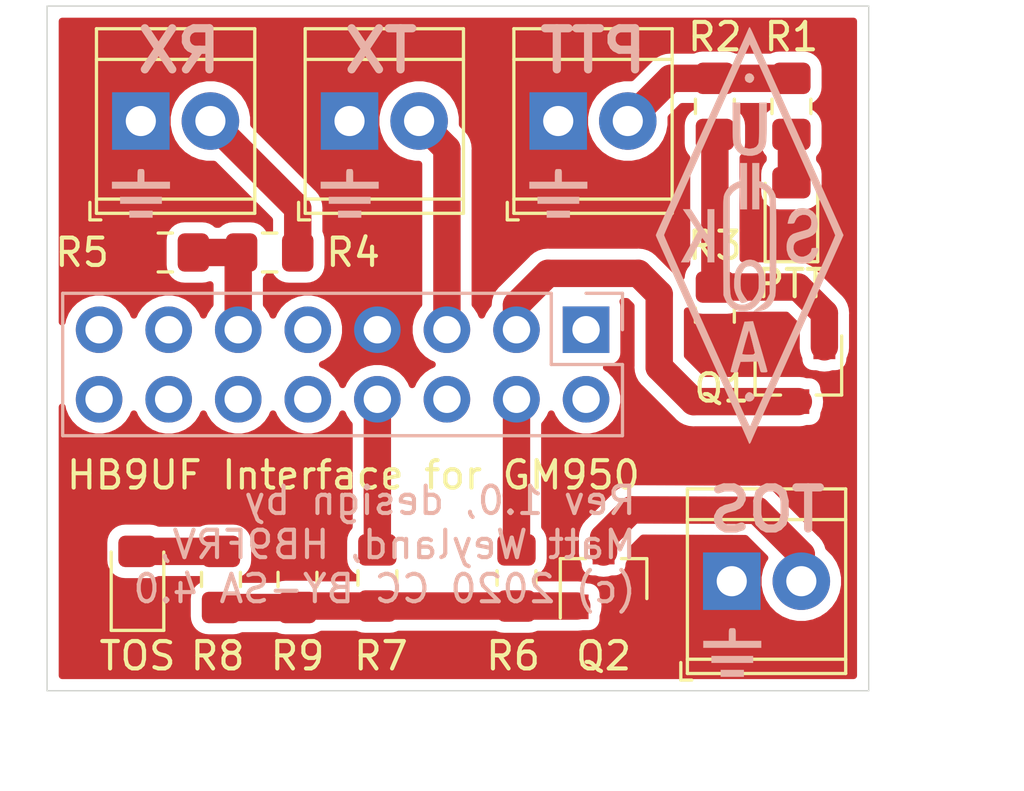
<source format=kicad_pcb>
(kicad_pcb (version 20171130) (host pcbnew 5.1.5)

  (general
    (thickness 1.6)
    (drawings 14)
    (tracks 38)
    (zones 0)
    (modules 23)
    (nets 24)
  )

  (page A4)
  (layers
    (0 F.Cu signal)
    (31 B.Cu signal)
    (32 B.Adhes user)
    (33 F.Adhes user)
    (34 B.Paste user)
    (35 F.Paste user)
    (36 B.SilkS user)
    (37 F.SilkS user)
    (38 B.Mask user)
    (39 F.Mask user)
    (40 Dwgs.User user)
    (41 Cmts.User user)
    (42 Eco1.User user)
    (43 Eco2.User user)
    (44 Edge.Cuts user)
    (45 Margin user)
    (46 B.CrtYd user)
    (47 F.CrtYd user)
    (48 B.Fab user)
    (49 F.Fab user)
  )

  (setup
    (last_trace_width 1)
    (user_trace_width 0.5)
    (user_trace_width 1)
    (trace_clearance 0.2)
    (zone_clearance 0.4)
    (zone_45_only no)
    (trace_min 0.2)
    (via_size 0.8)
    (via_drill 0.4)
    (via_min_size 0.4)
    (via_min_drill 0.3)
    (uvia_size 0.3)
    (uvia_drill 0.1)
    (uvias_allowed no)
    (uvia_min_size 0.2)
    (uvia_min_drill 0.1)
    (edge_width 0.05)
    (segment_width 0.2)
    (pcb_text_width 0.3)
    (pcb_text_size 1.5 1.5)
    (mod_edge_width 0.12)
    (mod_text_size 1 1)
    (mod_text_width 0.15)
    (pad_size 1.524 1.524)
    (pad_drill 0.762)
    (pad_to_mask_clearance 0.051)
    (solder_mask_min_width 0.25)
    (aux_axis_origin 87 51)
    (grid_origin 87 51)
    (visible_elements FFFFFF7F)
    (pcbplotparams
      (layerselection 0x01000_ffffffff)
      (usegerberextensions true)
      (usegerberattributes false)
      (usegerberadvancedattributes false)
      (creategerberjobfile false)
      (excludeedgelayer true)
      (linewidth 0.100000)
      (plotframeref false)
      (viasonmask false)
      (mode 1)
      (useauxorigin true)
      (hpglpennumber 1)
      (hpglpenspeed 20)
      (hpglpendiameter 15.000000)
      (psnegative false)
      (psa4output false)
      (plotreference true)
      (plotvalue true)
      (plotinvisibletext false)
      (padsonsilk false)
      (subtractmaskfromsilk false)
      (outputformat 1)
      (mirror false)
      (drillshape 0)
      (scaleselection 1)
      (outputdirectory "gerber"))
  )

  (net 0 "")
  (net 1 "Net-(J1-Pad2)")
  (net 2 GND)
  (net 3 "Net-(J2-Pad2)")
  (net 4 "Net-(J3-Pad2)")
  (net 5 "Net-(J4-Pad16)")
  (net 6 "Net-(J4-Pad15)")
  (net 7 "Net-(J4-Pad14)")
  (net 8 "Net-(J4-Pad13)")
  (net 9 "Net-(J4-Pad12)")
  (net 10 "Net-(J4-Pad10)")
  (net 11 "Net-(J4-Pad8)")
  (net 12 "Net-(J4-Pad6)")
  (net 13 "Net-(J4-Pad4)")
  (net 14 "Net-(J4-Pad3)")
  (net 15 "Net-(J4-Pad2)")
  (net 16 "Net-(J4-Pad1)")
  (net 17 "Net-(Q1-Pad1)")
  (net 18 "Net-(J5-Pad2)")
  (net 19 "Net-(Q2-Pad1)")
  (net 20 "Net-(J4-Pad9)")
  (net 21 "Net-(D1-Pad2)")
  (net 22 "Net-(D2-Pad2)")
  (net 23 "Net-(J4-Pad11)")

  (net_class Default "Dies ist die voreingestellte Netzklasse."
    (clearance 0.2)
    (trace_width 0.25)
    (via_dia 0.8)
    (via_drill 0.4)
    (uvia_dia 0.3)
    (uvia_drill 0.1)
    (add_net GND)
    (add_net "Net-(D1-Pad2)")
    (add_net "Net-(D2-Pad2)")
    (add_net "Net-(J1-Pad2)")
    (add_net "Net-(J2-Pad2)")
    (add_net "Net-(J3-Pad2)")
    (add_net "Net-(J4-Pad1)")
    (add_net "Net-(J4-Pad10)")
    (add_net "Net-(J4-Pad11)")
    (add_net "Net-(J4-Pad12)")
    (add_net "Net-(J4-Pad13)")
    (add_net "Net-(J4-Pad14)")
    (add_net "Net-(J4-Pad15)")
    (add_net "Net-(J4-Pad16)")
    (add_net "Net-(J4-Pad2)")
    (add_net "Net-(J4-Pad3)")
    (add_net "Net-(J4-Pad4)")
    (add_net "Net-(J4-Pad6)")
    (add_net "Net-(J4-Pad8)")
    (add_net "Net-(J4-Pad9)")
    (add_net "Net-(J5-Pad2)")
    (add_net "Net-(Q1-Pad1)")
    (add_net "Net-(Q2-Pad1)")
  )

  (module LED_SMD:LED_0805_2012Metric_Pad1.15x1.40mm_HandSolder (layer F.Cu) (tedit 5B4B45C9) (tstamp 5E8A2D07)
    (at 114.178 46.174 90)
    (descr "LED SMD 0805 (2012 Metric), square (rectangular) end terminal, IPC_7351 nominal, (Body size source: https://docs.google.com/spreadsheets/d/1BsfQQcO9C6DZCsRaXUlFlo91Tg2WpOkGARC1WS5S8t0/edit?usp=sharing), generated with kicad-footprint-generator")
    (tags "LED handsolder")
    (path /5E8B1276)
    (attr smd)
    (fp_text reference D1 (at -2.794 0) (layer F.SilkS) hide
      (effects (font (size 1 1) (thickness 0.15)))
    )
    (fp_text value RED (at 0 1.65 90) (layer F.Fab)
      (effects (font (size 1 1) (thickness 0.15)))
    )
    (fp_text user %R (at 0 0 90) (layer F.Fab)
      (effects (font (size 0.5 0.5) (thickness 0.08)))
    )
    (fp_line (start 1.85 0.95) (end -1.85 0.95) (layer F.CrtYd) (width 0.05))
    (fp_line (start 1.85 -0.95) (end 1.85 0.95) (layer F.CrtYd) (width 0.05))
    (fp_line (start -1.85 -0.95) (end 1.85 -0.95) (layer F.CrtYd) (width 0.05))
    (fp_line (start -1.85 0.95) (end -1.85 -0.95) (layer F.CrtYd) (width 0.05))
    (fp_line (start -1.86 0.96) (end 1 0.96) (layer F.SilkS) (width 0.12))
    (fp_line (start -1.86 -0.96) (end -1.86 0.96) (layer F.SilkS) (width 0.12))
    (fp_line (start 1 -0.96) (end -1.86 -0.96) (layer F.SilkS) (width 0.12))
    (fp_line (start 1 0.6) (end 1 -0.6) (layer F.Fab) (width 0.1))
    (fp_line (start -1 0.6) (end 1 0.6) (layer F.Fab) (width 0.1))
    (fp_line (start -1 -0.3) (end -1 0.6) (layer F.Fab) (width 0.1))
    (fp_line (start -0.7 -0.6) (end -1 -0.3) (layer F.Fab) (width 0.1))
    (fp_line (start 1 -0.6) (end -0.7 -0.6) (layer F.Fab) (width 0.1))
    (pad 2 smd roundrect (at 1.025 0 90) (size 1.15 1.4) (layers F.Cu F.Paste F.Mask) (roundrect_rratio 0.217391)
      (net 21 "Net-(D1-Pad2)"))
    (pad 1 smd roundrect (at -1.025 0 90) (size 1.15 1.4) (layers F.Cu F.Paste F.Mask) (roundrect_rratio 0.217391)
      (net 2 GND))
    (model ${KISYS3DMOD}/LED_SMD.3dshapes/LED_0805_2012Metric.wrl
      (at (xyz 0 0 0))
      (scale (xyz 1 1 1))
      (rotate (xyz 0 0 0))
    )
  )

  (module local:hb9uf_logo_smaller (layer B.Cu) (tedit 0) (tstamp 5E8AB717)
    (at 112.654 47.063 180)
    (fp_text reference G*** (at 0 0) (layer B.SilkS) hide
      (effects (font (size 1.524 1.524) (thickness 0.3)) (justify mirror))
    )
    (fp_text value LOGO (at 0.75 0) (layer B.SilkS) hide
      (effects (font (size 1.524 1.524) (thickness 0.3)) (justify mirror))
    )
    (fp_poly (pts (xy 0.092356 5.885545) (xy 0.147355 5.833944) (xy 0.172776 5.755168) (xy 0.173253 5.740332)
      (xy 0.163177 5.662779) (xy 0.12615 5.612379) (xy 0.082246 5.584768) (xy 0.005823 5.558497)
      (xy -0.058837 5.573565) (xy -0.095413 5.599658) (xy -0.151764 5.673684) (xy -0.161221 5.75572)
      (xy -0.123625 5.836376) (xy -0.055784 5.890853) (xy 0.020426 5.905879) (xy 0.092356 5.885545)) (layer B.SilkS) (width 0.01))
    (fp_poly (pts (xy -0.347265 4.115126) (xy -0.346893 3.899618) (xy -0.345588 3.728004) (xy -0.343075 3.594573)
      (xy -0.339075 3.493612) (xy -0.33331 3.419411) (xy -0.325502 3.366257) (xy -0.315374 3.32844)
      (xy -0.308142 3.31089) (xy -0.241021 3.224407) (xy -0.139746 3.17134) (xy -0.008408 3.153508)
      (xy 0.04082 3.155665) (xy 0.165928 3.183309) (xy 0.255337 3.244089) (xy 0.31246 3.340621)
      (xy 0.32236 3.371595) (xy 0.328872 3.419469) (xy 0.334744 3.509539) (xy 0.339742 3.634396)
      (xy 0.343629 3.78663) (xy 0.346169 3.958829) (xy 0.347126 4.143584) (xy 0.347127 4.148584)
      (xy 0.347266 4.836914) (xy 0.620117 4.836914) (xy 0.620117 4.134482) (xy 0.619585 3.914345)
      (xy 0.617803 3.737799) (xy 0.614495 3.598835) (xy 0.609384 3.491445) (xy 0.602193 3.40962)
      (xy 0.592647 3.347351) (xy 0.581846 3.303176) (xy 0.523122 3.170499) (xy 0.435539 3.054016)
      (xy 0.331168 2.969229) (xy 0.31484 2.960219) (xy 0.211649 2.923966) (xy 0.081572 2.902481)
      (xy -0.054169 2.898421) (xy -0.12643 2.904993) (xy -0.272901 2.942994) (xy -0.390641 3.013552)
      (xy -0.469769 3.093867) (xy -0.510489 3.146799) (xy -0.543181 3.200722) (xy -0.568712 3.261642)
      (xy -0.58795 3.335563) (xy -0.601763 3.42849) (xy -0.611018 3.546429) (xy -0.616583 3.695384)
      (xy -0.619325 3.881359) (xy -0.620112 4.110361) (xy -0.620117 4.134482) (xy -0.620117 4.836914)
      (xy -0.347265 4.836914) (xy -0.347265 4.115126)) (layer B.SilkS) (width 0.01))
    (fp_poly (pts (xy 1.537891 -0.007478) (xy 1.841748 0.467165) (xy 2.145606 0.941807) (xy 2.289655 0.942192)
      (xy 2.433703 0.942578) (xy 2.158312 0.537034) (xy 1.88292 0.13149) (xy 2.122215 -0.300124)
      (xy 2.20124 -0.44267) (xy 2.27709 -0.579506) (xy 2.344552 -0.701228) (xy 2.398414 -0.798431)
      (xy 2.433463 -0.861708) (xy 2.433604 -0.861963) (xy 2.505698 -0.992188) (xy 2.22002 -0.99197)
      (xy 2.0362 -0.651014) (xy 1.967265 -0.523585) (xy 1.901456 -0.402717) (xy 1.844707 -0.299253)
      (xy 1.802952 -0.224037) (xy 1.791167 -0.203222) (xy 1.729953 -0.096385) (xy 1.634722 -0.228026)
      (xy 1.539491 -0.359668) (xy 1.537891 -0.992188) (xy 1.289844 -0.992188) (xy 1.289844 0.942578)
      (xy 1.537891 0.942578) (xy 1.537891 -0.007478)) (layer B.SilkS) (width 0.01))
    (fp_poly (pts (xy -1.785117 0.968897) (xy -1.64906 0.908651) (xy -1.537269 0.808504) (xy -1.454109 0.67127)
      (xy -1.404384 0.502295) (xy -1.390303 0.42168) (xy -1.50827 0.42168) (xy -1.580254 0.423945)
      (xy -1.619929 0.438554) (xy -1.644594 0.477225) (xy -1.662679 0.526291) (xy -1.72303 0.630632)
      (xy -1.81427 0.703888) (xy -1.925393 0.741545) (xy -2.045396 0.739087) (xy -2.121494 0.714507)
      (xy -2.193697 0.657427) (xy -2.238553 0.57305) (xy -2.256207 0.474218) (xy -2.246802 0.373774)
      (xy -2.210482 0.28456) (xy -2.147391 0.219418) (xy -2.115769 0.203392) (xy -2.058808 0.184265)
      (xy -1.970901 0.157953) (xy -1.869169 0.129543) (xy -1.848716 0.124069) (xy -1.7451 0.094608)
      (xy -1.650902 0.06444) (xy -1.583863 0.039311) (xy -1.575865 0.035679) (xy -1.480858 -0.035692)
      (xy -1.41034 -0.141458) (xy -1.365894 -0.272011) (xy -1.349103 -0.417742) (xy -1.36155 -0.569041)
      (xy -1.404818 -0.716301) (xy -1.440117 -0.788253) (xy -1.535652 -0.908165) (xy -1.662427 -0.990721)
      (xy -1.817168 -1.034201) (xy -1.921032 -1.040826) (xy -2.019557 -1.033859) (xy -2.112192 -1.016993)
      (xy -2.158008 -1.002251) (xy -2.237598 -0.957821) (xy -2.312414 -0.901268) (xy -2.316174 -0.897802)
      (xy -2.372751 -0.829877) (xy -2.428385 -0.739073) (xy -2.474191 -0.642831) (xy -2.501282 -0.558596)
      (xy -2.505031 -0.5271) (xy -2.500156 -0.493865) (xy -2.476818 -0.47728) (xy -2.422513 -0.471708)
      (xy -2.38125 -0.471289) (xy -2.307525 -0.473431) (xy -2.27074 -0.483836) (xy -2.258281 -0.50847)
      (xy -2.257226 -0.529956) (xy -2.234227 -0.613297) (xy -2.172446 -0.689157) (xy -2.082705 -0.749498)
      (xy -1.97583 -0.786281) (xy -1.902023 -0.79375) (xy -1.79151 -0.771272) (xy -1.699451 -0.710412)
      (xy -1.632743 -0.621033) (xy -1.598284 -0.512999) (xy -1.602972 -0.396172) (xy -1.608702 -0.374315)
      (xy -1.633109 -0.312012) (xy -1.6694 -0.26302) (xy -1.725666 -0.222292) (xy -1.810003 -0.18478)
      (xy -1.930504 -0.145438) (xy -2.014246 -0.121437) (xy -2.182686 -0.066148) (xy -2.307219 -0.003002)
      (xy -2.393535 0.074718) (xy -2.447322 0.173726) (xy -2.47427 0.300737) (xy -2.48033 0.428677)
      (xy -2.460007 0.599104) (xy -2.400423 0.743098) (xy -2.304188 0.856904) (xy -2.17391 0.936762)
      (xy -2.112564 0.958442) (xy -1.941073 0.986431) (xy -1.785117 0.968897)) (layer B.SilkS) (width 0.01))
    (fp_poly (pts (xy 0.347266 2.294433) (xy 0.348496 2.150945) (xy 0.352528 2.051496) (xy 0.359872 1.990567)
      (xy 0.371039 1.96264) (xy 0.378272 1.959328) (xy 0.440357 1.944209) (xy 0.525522 1.905146)
      (xy 0.619204 1.850512) (xy 0.706842 1.788676) (xy 0.765904 1.736499) (xy 0.838862 1.643763)
      (xy 0.901018 1.534592) (xy 0.917474 1.495791) (xy 0.927309 1.468487) (xy 0.935786 1.440492)
      (xy 0.94299 1.408155) (xy 0.949006 1.367822) (xy 0.95392 1.315843) (xy 0.957815 1.248564)
      (xy 0.960777 1.162334) (xy 0.96289 1.053502) (xy 0.96424 0.918414) (xy 0.964912 0.753419)
      (xy 0.964989 0.554865) (xy 0.964558 0.319099) (xy 0.963702 0.042471) (xy 0.962507 -0.278673)
      (xy 0.961961 -0.418492) (xy 0.954981 -2.195215) (xy 0.897493 -2.337561) (xy 0.806648 -2.503904)
      (xy 0.685643 -2.631902) (xy 0.53766 -2.719946) (xy 0.36588 -2.766425) (xy 0.173482 -2.769731)
      (xy 0.072344 -2.755044) (xy -0.063461 -2.705016) (xy -0.197032 -2.61173) (xy -0.321873 -2.48135)
      (xy -0.431487 -2.320046) (xy -0.476454 -2.234139) (xy -0.533339 -2.074888) (xy -0.564435 -1.897502)
      (xy -0.571084 -1.711469) (xy -0.554628 -1.526276) (xy -0.516409 -1.351411) (xy -0.457768 -1.196361)
      (xy -0.380048 -1.070612) (xy -0.301145 -0.994672) (xy -0.162792 -0.922751) (xy -0.020993 -0.897123)
      (xy 0.11828 -0.915376) (xy 0.249059 -0.975095) (xy 0.365372 -1.073867) (xy 0.461251 -1.209277)
      (xy 0.512706 -1.323731) (xy 0.530298 -1.393989) (xy 0.54641 -1.496701) (xy 0.558607 -1.614722)
      (xy 0.562487 -1.674317) (xy 0.566823 -1.804578) (xy 0.563305 -1.903245) (xy 0.550295 -1.98794)
      (xy 0.526156 -2.076289) (xy 0.524714 -2.080844) (xy 0.489503 -2.172911) (xy 0.44315 -2.26903)
      (xy 0.392186 -2.358309) (xy 0.343138 -2.429859) (xy 0.302536 -2.472788) (xy 0.285254 -2.480283)
      (xy 0.240568 -2.473624) (xy 0.179289 -2.457691) (xy 0.119845 -2.438218) (xy 0.080664 -2.420941)
      (xy 0.074414 -2.414671) (xy 0.088918 -2.388637) (xy 0.125013 -2.340966) (xy 0.1378 -2.325484)
      (xy 0.186461 -2.25901) (xy 0.240588 -2.172619) (xy 0.268025 -2.123466) (xy 0.29871 -2.060515)
      (xy 0.318303 -2.002694) (xy 0.329237 -1.935912) (xy 0.333942 -1.84608) (xy 0.334863 -1.736328)
      (xy 0.333706 -1.615007) (xy 0.328427 -1.528381) (xy 0.316319 -1.461554) (xy 0.294674 -1.399632)
      (xy 0.260783 -1.327719) (xy 0.260449 -1.327051) (xy 0.214306 -1.242295) (xy 0.173142 -1.190623)
      (xy 0.124271 -1.15876) (xy 0.084742 -1.143202) (xy -0.027512 -1.126848) (xy -0.128413 -1.158186)
      (xy -0.215967 -1.236195) (xy -0.272851 -1.327051) (xy -0.30098 -1.388837) (xy -0.319132 -1.447921)
      (xy -0.329419 -1.517822) (xy -0.333954 -1.612059) (xy -0.334863 -1.723926) (xy -0.333611 -1.850264)
      (xy -0.328338 -1.941254) (xy -0.316767 -2.011129) (xy -0.296622 -2.07412) (xy -0.26863 -2.138077)
      (xy -0.210986 -2.238538) (xy -0.13621 -2.340495) (xy -0.091929 -2.389845) (xy 0.030607 -2.483364)
      (xy 0.165106 -2.53648) (xy 0.302694 -2.548824) (xy 0.434496 -2.520026) (xy 0.551641 -2.449715)
      (xy 0.584899 -2.418052) (xy 0.611955 -2.388878) (xy 0.635465 -2.360322) (xy 0.655678 -2.328863)
      (xy 0.672843 -2.290983) (xy 0.687209 -2.243162) (xy 0.699026 -2.181881) (xy 0.708542 -2.10362)
      (xy 0.716007 -2.00486) (xy 0.721669 -1.882081) (xy 0.725778 -1.731765) (xy 0.728582 -1.550391)
      (xy 0.730331 -1.33444) (xy 0.731274 -1.080394) (xy 0.73166 -0.784732) (xy 0.731738 -0.443935)
      (xy 0.731738 1.409594) (xy 0.657324 1.515246) (xy 0.588172 1.592433) (xy 0.502696 1.661008)
      (xy 0.471289 1.679859) (xy 0.359668 1.738821) (xy 0.352852 1.340699) (xy 0.346037 0.942578)
      (xy 0.099219 0.942578) (xy 0.099219 2.629297) (xy 0.347266 2.629297) (xy 0.347266 2.294433)) (layer B.SilkS) (width 0.01))
    (fp_poly (pts (xy -0.099219 0.942578) (xy -0.347265 0.942578) (xy -0.347265 1.736994) (xy -0.440283 1.698138)
      (xy -0.571966 1.61835) (xy -0.669267 1.505712) (xy -0.707394 1.428252) (xy -0.71493 1.40375)
      (xy -0.721382 1.37041) (xy -0.726809 1.324692) (xy -0.731273 1.263055) (xy -0.734833 1.181958)
      (xy -0.737551 1.07786) (xy -0.739486 0.947221) (xy -0.740701 0.7865) (xy -0.741254 0.592157)
      (xy -0.741207 0.360649) (xy -0.740621 0.088438) (xy -0.739555 -0.228019) (xy -0.73884 -0.409277)
      (xy -0.731738 -2.145606) (xy -0.657324 -2.294406) (xy -0.589373 -2.40611) (xy -0.514464 -2.489174)
      (xy -0.493775 -2.505246) (xy -0.42557 -2.555046) (xy -0.340319 -2.620418) (xy -0.274506 -2.672705)
      (xy -0.144373 -2.778125) (xy -0.264423 -2.776466) (xy -0.364624 -2.767871) (xy -0.46623 -2.748511)
      (xy -0.490592 -2.741669) (xy -0.642979 -2.668931) (xy -0.769208 -2.555167) (xy -0.867328 -2.402652)
      (xy -0.932035 -2.226568) (xy -0.938729 -2.176595) (xy -0.9448 -2.082597) (xy -0.950239 -1.949547)
      (xy -0.955038 -1.782417) (xy -0.959187 -1.586181) (xy -0.962678 -1.365811) (xy -0.965502 -1.12628)
      (xy -0.96765 -0.87256) (xy -0.969113 -0.609625) (xy -0.969881 -0.342446) (xy -0.969947 -0.075996)
      (xy -0.969301 0.184751) (xy -0.967935 0.434823) (xy -0.965839 0.669248) (xy -0.963005 0.883052)
      (xy -0.959423 1.071263) (xy -0.955085 1.228909) (xy -0.949982 1.351016) (xy -0.944105 1.432613)
      (xy -0.938644 1.465976) (xy -0.860579 1.622989) (xy -0.744644 1.761019) (xy -0.601478 1.869789)
      (xy -0.452116 1.936009) (xy -0.347265 1.967423) (xy -0.347265 2.629297) (xy -0.099219 2.629297)
      (xy -0.099219 0.942578)) (layer B.SilkS) (width 0.01))
    (fp_poly (pts (xy 0.186035 -3.162598) (xy 0.439663 -4.043164) (xy 0.497443 -4.244857) (xy 0.550635 -4.432628)
      (xy 0.5977 -4.600882) (xy 0.637098 -4.744026) (xy 0.667291 -4.856466) (xy 0.686739 -4.932607)
      (xy 0.693902 -4.966856) (xy 0.693911 -4.967139) (xy 0.685207 -4.99392) (xy 0.65046 -5.006995)
      (xy 0.578217 -5.010544) (xy 0.574972 -5.010547) (xy 0.455413 -5.010547) (xy 0.395138 -4.818311)
      (xy 0.334863 -4.626074) (xy 0.01951 -4.619139) (xy -0.295843 -4.612203) (xy -0.332911 -4.743162)
      (xy -0.357307 -4.831424) (xy -0.378305 -4.910891) (xy -0.386116 -4.942334) (xy -0.400293 -4.983358)
      (xy -0.427145 -5.003499) (xy -0.481408 -5.010067) (xy -0.523587 -5.010547) (xy -0.604017 -5.005378)
      (xy -0.641036 -4.988913) (xy -0.644922 -4.977129) (xy -0.638191 -4.945864) (xy -0.619115 -4.873009)
      (xy -0.589369 -4.764562) (xy -0.550628 -4.62652) (xy -0.504569 -4.464881) (xy -0.470572 -4.347022)
      (xy -0.198989 -4.347022) (xy -0.175735 -4.355017) (xy -0.113684 -4.361291) (xy -0.023643 -4.364993)
      (xy 0.037207 -4.365625) (xy 0.138536 -4.363808) (xy 0.218142 -4.358924) (xy 0.265223 -4.351824)
      (xy 0.273369 -4.347022) (xy 0.267278 -4.313972) (xy 0.250084 -4.244475) (xy 0.224394 -4.147676)
      (xy 0.192813 -4.032721) (xy 0.157944 -3.908753) (xy 0.122392 -3.784919) (xy 0.088764 -3.670365)
      (xy 0.059662 -3.574234) (xy 0.037693 -3.505673) (xy 0.025461 -3.473827) (xy 0.024326 -3.472656)
      (xy 0.01531 -3.495232) (xy -0.002955 -3.5568) (xy -0.02811 -3.648118) (xy -0.057795 -3.759948)
      (xy -0.089649 -3.883049) (xy -0.121314 -4.00818) (xy -0.150429 -4.126102) (xy -0.174634 -4.227575)
      (xy -0.191569 -4.303357) (xy -0.198875 -4.344209) (xy -0.198989 -4.347022) (xy -0.470572 -4.347022)
      (xy -0.452865 -4.285641) (xy -0.42492 -4.18958) (xy -0.368784 -3.997104) (xy -0.315233 -3.813394)
      (xy -0.266362 -3.645648) (xy -0.224268 -3.501062) (xy -0.191045 -3.386835) (xy -0.168791 -3.310163)
      (xy -0.163442 -3.291665) (xy -0.121965 -3.147882) (xy 0.186035 -3.162598)) (layer B.SilkS) (width 0.01))
    (fp_poly (pts (xy 0.059773 -5.748641) (xy 0.094597 -5.77208) (xy 0.149587 -5.838137) (xy 0.170909 -5.919173)
      (xy 0.155855 -5.997625) (xy 0.134326 -6.029859) (xy 0.066912 -6.071339) (xy -0.013734 -6.075318)
      (xy -0.089864 -6.043049) (xy -0.122223 -6.011792) (xy -0.157412 -5.961524) (xy -0.173526 -5.92759)
      (xy -0.173633 -5.926142) (xy -0.153474 -5.85877) (xy -0.103558 -5.793187) (xy -0.044812 -5.7527)
      (xy 0.012922 -5.735991) (xy 0.059773 -5.748641)) (layer B.SilkS) (width 0.01))
    (fp_poly (pts (xy 0.02249 7.569673) (xy 0.045242 7.522021) (xy 0.061579 7.4828) (xy 0.095658 7.404593)
      (xy 0.144726 7.293589) (xy 0.206031 7.155981) (xy 0.27682 6.997961) (xy 0.35434 6.825718)
      (xy 0.384334 6.759277) (xy 0.475048 6.558329) (xy 0.580427 6.324607) (xy 0.694845 6.070608)
      (xy 0.812676 5.808829) (xy 0.928293 5.551764) (xy 1.036071 5.311911) (xy 1.071148 5.233789)
      (xy 1.172442 5.008246) (xy 1.281445 4.765728) (xy 1.393 4.517698) (xy 1.501948 4.275618)
      (xy 1.603133 4.050951) (xy 1.691394 3.85516) (xy 1.724084 3.782715) (xy 1.790335 3.635834)
      (xy 1.873645 3.450947) (xy 1.97075 3.235304) (xy 2.07839 2.996156) (xy 2.193301 2.740753)
      (xy 2.31222 2.476346) (xy 2.431886 2.210184) (xy 2.549035 1.949518) (xy 2.566808 1.909961)
      (xy 2.677448 1.663754) (xy 2.786398 1.421399) (xy 2.891138 1.188495) (xy 2.989145 0.970645)
      (xy 3.077902 0.773448) (xy 3.154886 0.602506) (xy 3.217578 0.463417) (xy 3.263457 0.361784)
      (xy 3.276328 0.333333) (xy 3.328698 0.216628) (xy 3.37281 0.116305) (xy 3.404998 0.040862)
      (xy 3.421592 -0.0012) (xy 3.423047 -0.006661) (xy 3.41331 -0.034233) (xy 3.386813 -0.097379)
      (xy 3.347626 -0.186648) (xy 3.300828 -0.290385) (xy 3.268396 -0.361793) (xy 3.217865 -0.473534)
      (xy 3.151455 -0.620683) (xy 3.071383 -0.798315) (xy 2.979867 -1.001504) (xy 2.879126 -1.225326)
      (xy 2.771378 -1.464855) (xy 2.658842 -1.715167) (xy 2.554592 -1.947168) (xy 2.436324 -2.210398)
      (xy 2.318244 -2.473143) (xy 2.202945 -2.729634) (xy 2.093022 -2.974106) (xy 1.991067 -3.200791)
      (xy 1.899676 -3.403921) (xy 1.821442 -3.57773) (xy 1.758958 -3.716451) (xy 1.723485 -3.795117)
      (xy 1.553718 -4.1715) (xy 1.386793 -4.541974) (xy 1.223923 -4.903827) (xy 1.066321 -5.254347)
      (xy 0.915199 -5.590823) (xy 0.771771 -5.910541) (xy 0.63725 -6.21079) (xy 0.512848 -6.488858)
      (xy 0.399777 -6.742033) (xy 0.299252 -6.967602) (xy 0.212485 -7.162854) (xy 0.140688 -7.325076)
      (xy 0.085075 -7.451556) (xy 0.046859 -7.539582) (xy 0.027252 -7.586442) (xy 0.024805 -7.593561)
      (xy 0.014209 -7.616768) (xy -0.01004 -7.604757) (xy -0.036639 -7.565186) (xy -0.044205 -7.546826)
      (xy -0.060008 -7.508293) (xy -0.093658 -7.430438) (xy -0.142554 -7.319136) (xy -0.204094 -7.180265)
      (xy -0.275678 -7.019701) (xy -0.354704 -6.843321) (xy -0.409238 -6.72207) (xy -0.502856 -6.51409)
      (xy -0.600698 -6.29647) (xy -0.698075 -6.079655) (xy -0.790298 -5.874092) (xy -0.872679 -5.690229)
      (xy -0.940529 -5.538513) (xy -0.954756 -5.506641) (xy -1.001327 -5.402381) (xy -1.066273 -5.25717)
      (xy -1.147661 -5.075317) (xy -1.243558 -4.861133) (xy -1.352033 -4.618929) (xy -1.471152 -4.353016)
      (xy -1.598985 -4.067704) (xy -1.733597 -3.767304) (xy -1.873057 -3.456127) (xy -2.015433 -3.138483)
      (xy -2.158792 -2.818684) (xy -2.301201 -2.501039) (xy -2.440729 -2.18986) (xy -2.575443 -1.889457)
      (xy -2.703411 -1.604141) (xy -2.822699 -1.338223) (xy -2.931377 -1.096013) (xy -3.027511 -0.881822)
      (xy -3.10917 -0.699961) (xy -3.17442 -0.55474) (xy -3.214152 -0.466409) (xy -3.420941 -0.007069)
      (xy -3.12539 -0.007069) (xy -3.115524 -0.035412) (xy -3.08728 -0.104304) (xy -3.042689 -0.209078)
      (xy -2.983784 -0.345066) (xy -2.912597 -0.5076) (xy -2.831159 -0.692014) (xy -2.741502 -0.89364)
      (xy -2.663989 -1.066952) (xy -2.553258 -1.313905) (xy -2.435475 -1.576576) (xy -2.315051 -1.845128)
      (xy -2.196397 -2.109726) (xy -2.083922 -2.360534) (xy -1.982039 -2.587715) (xy -1.895158 -2.781434)
      (xy -1.879954 -2.815332) (xy -1.712705 -3.188234) (xy -1.564085 -3.519617) (xy -1.432415 -3.813225)
      (xy -1.316018 -4.072802) (xy -1.213214 -4.302093) (xy -1.122325 -4.50484) (xy -1.041673 -4.684788)
      (xy -0.96958 -4.84568) (xy -0.904366 -4.991261) (xy -0.844355 -5.125274) (xy -0.812431 -5.196582)
      (xy -0.745744 -5.345385) (xy -0.66412 -5.527244) (xy -0.573025 -5.729995) (xy -0.477926 -5.941476)
      (xy -0.38429 -6.149522) (xy -0.318687 -6.295155) (xy -0.243361 -6.463259) (xy -0.175175 -6.617283)
      (xy -0.1167 -6.751267) (xy -0.07051 -6.859253) (xy -0.039175 -6.93528) (xy -0.02527 -6.973388)
      (xy -0.024805 -6.976044) (xy -0.022415 -6.990235) (xy -0.014218 -6.988336) (xy 0.001332 -6.967171)
      (xy 0.02578 -6.923563) (xy 0.06067 -6.854336) (xy 0.107547 -6.756312) (xy 0.167956 -6.626315)
      (xy 0.243441 -6.461167) (xy 0.335548 -6.257692) (xy 0.44582 -6.012714) (xy 0.472585 -5.953125)
      (xy 0.54689 -5.787681) (xy 0.639419 -5.581717) (xy 0.748047 -5.339961) (xy 0.870652 -5.067138)
      (xy 1.005108 -4.767973) (xy 1.149291 -4.447192) (xy 1.301078 -4.10952) (xy 1.458343 -3.759684)
      (xy 1.618964 -3.402409) (xy 1.780816 -3.042421) (xy 1.941775 -2.684445) (xy 2.027919 -2.492871)
      (xy 2.17613 -2.162892) (xy 2.318455 -1.84527) (xy 2.453586 -1.542969) (xy 2.580211 -1.258953)
      (xy 2.697022 -0.996184) (xy 2.802708 -0.757625) (xy 2.895959 -0.54624) (xy 2.975465 -0.364991)
      (xy 3.039917 -0.216843) (xy 3.088004 -0.104758) (xy 3.118418 -0.031699) (xy 3.129847 -0.00063)
      (xy 3.1299 0) (xy 3.119535 0.029139) (xy 3.090588 0.099147) (xy 3.044953 0.205705)
      (xy 2.984524 0.344495) (xy 2.911197 0.511201) (xy 2.826866 0.701503) (xy 2.733425 0.911085)
      (xy 2.632769 1.135628) (xy 2.585701 1.240234) (xy 2.494005 1.443875) (xy 2.384521 1.687174)
      (xy 2.259766 1.964526) (xy 2.12226 2.270326) (xy 1.974522 2.598971) (xy 1.819071 2.944854)
      (xy 1.658425 3.302372) (xy 1.495103 3.66592) (xy 1.331626 4.029894) (xy 1.17051 4.388688)
      (xy 1.028084 4.705938) (xy 0.886169 5.021819) (xy 0.749901 5.324609) (xy 0.620656 5.611276)
      (xy 0.499813 5.878788) (xy 0.388749 6.124113) (xy 0.288842 6.344218) (xy 0.201469 6.536072)
      (xy 0.128007 6.696642) (xy 0.069836 6.822896) (xy 0.028331 6.911802) (xy 0.004871 6.960327)
      (xy 0 6.968804) (xy -0.011854 6.946759) (xy -0.042351 6.882868) (xy -0.089917 6.78059)
      (xy -0.15298 6.643381) (xy -0.229966 6.474699) (xy -0.319301 6.278003) (xy -0.419413 6.056749)
      (xy -0.528728 5.814395) (xy -0.645673 5.5544) (xy -0.768675 5.280221) (xy -0.792504 5.227026)
      (xy -0.969717 4.831317) (xy -1.129659 4.4742) (xy -1.275326 4.148989) (xy -1.409716 3.848996)
      (xy -1.535827 3.567534) (xy -1.656656 3.297916) (xy -1.7752 3.033455) (xy -1.894458 2.767463)
      (xy -2.017426 2.493254) (xy -2.147103 2.20414) (xy -2.286486 1.893435) (xy -2.438572 1.554451)
      (xy -2.606359 1.180501) (xy -2.638221 1.109492) (xy -2.735768 0.89147) (xy -2.8268 0.6868)
      (xy -2.909339 0.500018) (xy -2.981405 0.335657) (xy -3.041021 0.198253) (xy -3.086208 0.092338)
      (xy -3.114988 0.022448) (xy -3.125383 -0.006884) (xy -3.12539 -0.007069) (xy -3.420941 -0.007069)
      (xy -3.422935 -0.002641) (xy -2.912868 1.133494) (xy -2.804195 1.375527) (xy -2.694546 1.619681)
      (xy -2.587027 1.859044) (xy -2.484743 2.086703) (xy -2.390802 2.295747) (xy -2.308308 2.479262)
      (xy -2.240367 2.630336) (xy -2.196185 2.728515) (xy -2.129469 2.876764) (xy -2.048347 3.057156)
      (xy -1.954588 3.265746) (xy -1.849961 3.498591) (xy -1.736238 3.751747) (xy -1.615187 4.02127)
      (xy -1.488579 4.303217) (xy -1.358185 4.593644) (xy -1.225773 4.888607) (xy -1.093113 5.184161)
      (xy -0.961977 5.476364) (xy -0.834133 5.761271) (xy -0.711352 6.034939) (xy -0.595404 6.293423)
      (xy -0.488059 6.53278) (xy -0.391086 6.749067) (xy -0.306256 6.938338) (xy -0.235338 7.096652)
      (xy -0.180103 7.220062) (xy -0.142321 7.304627) (xy -0.128362 7.335986) (xy -0.081838 7.437525)
      (xy -0.041315 7.519787) (xy -0.011489 7.573626) (xy 0.00218 7.590234) (xy 0.02249 7.569673)) (layer B.SilkS) (width 0.01))
  )

  (module local:GND locked (layer B.Cu) (tedit 0) (tstamp 5E8AB204)
    (at 105.669 45.412 180)
    (fp_text reference VAL (at 0 0) (layer B.SilkS) hide
      (effects (font (size 1.143 1.143) (thickness 0.1778)) (justify mirror))
    )
    (fp_text value GND (at 0 0) (layer B.SilkS) hide
      (effects (font (size 1.143 1.143) (thickness 0.1778)) (justify mirror))
    )
    (fp_poly (pts (xy 0.42418 -1.016) (xy 0 -1.016) (xy -0.42418 -1.016) (xy -0.42418 -0.889)
      (xy -0.42418 -0.762) (xy 0 -0.762) (xy 0.42418 -0.762) (xy 0.42418 -0.889)
      (xy 0.42418 -1.016)) (layer B.SilkS) (width 0.00254))
    (fp_poly (pts (xy 0.762 -0.508) (xy 0 -0.508) (xy -0.762 -0.508) (xy -0.762 -0.381)
      (xy -0.762 -0.254) (xy 0 -0.254) (xy 0.762 -0.254) (xy 0.762 -0.381)
      (xy 0.762 -0.508)) (layer B.SilkS) (width 0.00254))
    (fp_poly (pts (xy 1.05918 0.04318) (xy 0 0.04318) (xy -1.05918 0.04318) (xy -1.05918 0.17018)
      (xy -1.05918 0.29718) (xy -0.59436 0.29718) (xy -0.127 0.29718) (xy -0.127 0.53086)
      (xy -0.127 0.66294) (xy -0.11176 0.73152) (xy -0.0762 0.75946) (xy -0.00254 0.762)
      (xy 0 0.762) (xy 0.07366 0.75946) (xy 0.10922 0.73406) (xy 0.12446 0.66548)
      (xy 0.127 0.5334) (xy 0.127 0.53086) (xy 0.127 0.29718) (xy 0.59182 0.29718)
      (xy 1.05918 0.29718) (xy 1.05918 0.17018) (xy 1.05918 0.04318)) (layer B.SilkS) (width 0.00254))
  )

  (module local:GND locked (layer B.Cu) (tedit 0) (tstamp 5E8AB149)
    (at 98.049 45.412 180)
    (fp_text reference VAL (at 0 0) (layer B.SilkS) hide
      (effects (font (size 1.143 1.143) (thickness 0.1778)) (justify mirror))
    )
    (fp_text value GND (at 0 0) (layer B.SilkS) hide
      (effects (font (size 1.143 1.143) (thickness 0.1778)) (justify mirror))
    )
    (fp_poly (pts (xy 0.42418 -1.016) (xy 0 -1.016) (xy -0.42418 -1.016) (xy -0.42418 -0.889)
      (xy -0.42418 -0.762) (xy 0 -0.762) (xy 0.42418 -0.762) (xy 0.42418 -0.889)
      (xy 0.42418 -1.016)) (layer B.SilkS) (width 0.00254))
    (fp_poly (pts (xy 0.762 -0.508) (xy 0 -0.508) (xy -0.762 -0.508) (xy -0.762 -0.381)
      (xy -0.762 -0.254) (xy 0 -0.254) (xy 0.762 -0.254) (xy 0.762 -0.381)
      (xy 0.762 -0.508)) (layer B.SilkS) (width 0.00254))
    (fp_poly (pts (xy 1.05918 0.04318) (xy 0 0.04318) (xy -1.05918 0.04318) (xy -1.05918 0.17018)
      (xy -1.05918 0.29718) (xy -0.59436 0.29718) (xy -0.127 0.29718) (xy -0.127 0.53086)
      (xy -0.127 0.66294) (xy -0.11176 0.73152) (xy -0.0762 0.75946) (xy -0.00254 0.762)
      (xy 0 0.762) (xy 0.07366 0.75946) (xy 0.10922 0.73406) (xy 0.12446 0.66548)
      (xy 0.127 0.5334) (xy 0.127 0.53086) (xy 0.127 0.29718) (xy 0.59182 0.29718)
      (xy 1.05918 0.29718) (xy 1.05918 0.17018) (xy 1.05918 0.04318)) (layer B.SilkS) (width 0.00254))
  )

  (module local:GND locked (layer B.Cu) (tedit 0) (tstamp 5E8AB0A2)
    (at 90.429 45.412 180)
    (fp_text reference VAL (at 0 0) (layer B.SilkS) hide
      (effects (font (size 1.143 1.143) (thickness 0.1778)) (justify mirror))
    )
    (fp_text value GND (at 0 0) (layer B.SilkS) hide
      (effects (font (size 1.143 1.143) (thickness 0.1778)) (justify mirror))
    )
    (fp_poly (pts (xy 0.42418 -1.016) (xy 0 -1.016) (xy -0.42418 -1.016) (xy -0.42418 -0.889)
      (xy -0.42418 -0.762) (xy 0 -0.762) (xy 0.42418 -0.762) (xy 0.42418 -0.889)
      (xy 0.42418 -1.016)) (layer B.SilkS) (width 0.00254))
    (fp_poly (pts (xy 0.762 -0.508) (xy 0 -0.508) (xy -0.762 -0.508) (xy -0.762 -0.381)
      (xy -0.762 -0.254) (xy 0 -0.254) (xy 0.762 -0.254) (xy 0.762 -0.381)
      (xy 0.762 -0.508)) (layer B.SilkS) (width 0.00254))
    (fp_poly (pts (xy 1.05918 0.04318) (xy 0 0.04318) (xy -1.05918 0.04318) (xy -1.05918 0.17018)
      (xy -1.05918 0.29718) (xy -0.59436 0.29718) (xy -0.127 0.29718) (xy -0.127 0.53086)
      (xy -0.127 0.66294) (xy -0.11176 0.73152) (xy -0.0762 0.75946) (xy -0.00254 0.762)
      (xy 0 0.762) (xy 0.07366 0.75946) (xy 0.10922 0.73406) (xy 0.12446 0.66548)
      (xy 0.127 0.5334) (xy 0.127 0.53086) (xy 0.127 0.29718) (xy 0.59182 0.29718)
      (xy 1.05918 0.29718) (xy 1.05918 0.17018) (xy 1.05918 0.04318)) (layer B.SilkS) (width 0.00254))
  )

  (module local:GND locked (layer B.Cu) (tedit 0) (tstamp 5E8AB004)
    (at 112.019 62.176 180)
    (fp_text reference VAL (at 0 0) (layer B.SilkS) hide
      (effects (font (size 1.143 1.143) (thickness 0.1778)) (justify mirror))
    )
    (fp_text value GND (at 0 0) (layer B.SilkS) hide
      (effects (font (size 1.143 1.143) (thickness 0.1778)) (justify mirror))
    )
    (fp_poly (pts (xy 1.05918 0.04318) (xy 0 0.04318) (xy -1.05918 0.04318) (xy -1.05918 0.17018)
      (xy -1.05918 0.29718) (xy -0.59436 0.29718) (xy -0.127 0.29718) (xy -0.127 0.53086)
      (xy -0.127 0.66294) (xy -0.11176 0.73152) (xy -0.0762 0.75946) (xy -0.00254 0.762)
      (xy 0 0.762) (xy 0.07366 0.75946) (xy 0.10922 0.73406) (xy 0.12446 0.66548)
      (xy 0.127 0.5334) (xy 0.127 0.53086) (xy 0.127 0.29718) (xy 0.59182 0.29718)
      (xy 1.05918 0.29718) (xy 1.05918 0.17018) (xy 1.05918 0.04318)) (layer B.SilkS) (width 0.00254))
    (fp_poly (pts (xy 0.762 -0.508) (xy 0 -0.508) (xy -0.762 -0.508) (xy -0.762 -0.381)
      (xy -0.762 -0.254) (xy 0 -0.254) (xy 0.762 -0.254) (xy 0.762 -0.381)
      (xy 0.762 -0.508)) (layer B.SilkS) (width 0.00254))
    (fp_poly (pts (xy 0.42418 -1.016) (xy 0 -1.016) (xy -0.42418 -1.016) (xy -0.42418 -0.889)
      (xy -0.42418 -0.762) (xy 0 -0.762) (xy 0.42418 -0.762) (xy 0.42418 -0.889)
      (xy 0.42418 -1.016)) (layer B.SilkS) (width 0.00254))
  )

  (module Resistor_SMD:R_0805_2012Metric_Pad1.15x1.40mm_HandSolder (layer F.Cu) (tedit 5B36C52B) (tstamp 5E8A50A8)
    (at 96.144 59.636 90)
    (descr "Resistor SMD 0805 (2012 Metric), square (rectangular) end terminal, IPC_7351 nominal with elongated pad for handsoldering. (Body size source: https://docs.google.com/spreadsheets/d/1BsfQQcO9C6DZCsRaXUlFlo91Tg2WpOkGARC1WS5S8t0/edit?usp=sharing), generated with kicad-footprint-generator")
    (tags "resistor handsolder")
    (path /5E8B07B3)
    (attr smd)
    (fp_text reference R9 (at -2.794 0 180) (layer F.SilkS)
      (effects (font (size 1 1) (thickness 0.15)))
    )
    (fp_text value 100k (at 0 1.65 90) (layer F.Fab)
      (effects (font (size 1 1) (thickness 0.15)))
    )
    (fp_text user %R (at 0 0 90) (layer F.Fab)
      (effects (font (size 0.5 0.5) (thickness 0.08)))
    )
    (fp_line (start 1.85 0.95) (end -1.85 0.95) (layer F.CrtYd) (width 0.05))
    (fp_line (start 1.85 -0.95) (end 1.85 0.95) (layer F.CrtYd) (width 0.05))
    (fp_line (start -1.85 -0.95) (end 1.85 -0.95) (layer F.CrtYd) (width 0.05))
    (fp_line (start -1.85 0.95) (end -1.85 -0.95) (layer F.CrtYd) (width 0.05))
    (fp_line (start -0.261252 0.71) (end 0.261252 0.71) (layer F.SilkS) (width 0.12))
    (fp_line (start -0.261252 -0.71) (end 0.261252 -0.71) (layer F.SilkS) (width 0.12))
    (fp_line (start 1 0.6) (end -1 0.6) (layer F.Fab) (width 0.1))
    (fp_line (start 1 -0.6) (end 1 0.6) (layer F.Fab) (width 0.1))
    (fp_line (start -1 -0.6) (end 1 -0.6) (layer F.Fab) (width 0.1))
    (fp_line (start -1 0.6) (end -1 -0.6) (layer F.Fab) (width 0.1))
    (pad 2 smd roundrect (at 1.025 0 90) (size 1.15 1.4) (layers F.Cu F.Paste F.Mask) (roundrect_rratio 0.217391)
      (net 2 GND))
    (pad 1 smd roundrect (at -1.025 0 90) (size 1.15 1.4) (layers F.Cu F.Paste F.Mask) (roundrect_rratio 0.217391)
      (net 19 "Net-(Q2-Pad1)"))
    (model ${KISYS3DMOD}/Resistor_SMD.3dshapes/R_0805_2012Metric.wrl
      (at (xyz 0 0 0))
      (scale (xyz 1 1 1))
      (rotate (xyz 0 0 0))
    )
  )

  (module LED_SMD:LED_0805_2012Metric_Pad1.15x1.40mm_HandSolder (layer F.Cu) (tedit 5B4B45C9) (tstamp 5E8A4E35)
    (at 90.302 59.636 90)
    (descr "LED SMD 0805 (2012 Metric), square (rectangular) end terminal, IPC_7351 nominal, (Body size source: https://docs.google.com/spreadsheets/d/1BsfQQcO9C6DZCsRaXUlFlo91Tg2WpOkGARC1WS5S8t0/edit?usp=sharing), generated with kicad-footprint-generator")
    (tags "LED handsolder")
    (path /5E8D4AD8)
    (attr smd)
    (fp_text reference D2 (at -2.794 0 180) (layer F.SilkS) hide
      (effects (font (size 1 1) (thickness 0.15)))
    )
    (fp_text value GREEN (at 0 1.65 90) (layer F.Fab)
      (effects (font (size 1 1) (thickness 0.15)))
    )
    (fp_text user %R (at 0 0 90) (layer F.Fab)
      (effects (font (size 0.5 0.5) (thickness 0.08)))
    )
    (fp_line (start 1.85 0.95) (end -1.85 0.95) (layer F.CrtYd) (width 0.05))
    (fp_line (start 1.85 -0.95) (end 1.85 0.95) (layer F.CrtYd) (width 0.05))
    (fp_line (start -1.85 -0.95) (end 1.85 -0.95) (layer F.CrtYd) (width 0.05))
    (fp_line (start -1.85 0.95) (end -1.85 -0.95) (layer F.CrtYd) (width 0.05))
    (fp_line (start -1.86 0.96) (end 1 0.96) (layer F.SilkS) (width 0.12))
    (fp_line (start -1.86 -0.96) (end -1.86 0.96) (layer F.SilkS) (width 0.12))
    (fp_line (start 1 -0.96) (end -1.86 -0.96) (layer F.SilkS) (width 0.12))
    (fp_line (start 1 0.6) (end 1 -0.6) (layer F.Fab) (width 0.1))
    (fp_line (start -1 0.6) (end 1 0.6) (layer F.Fab) (width 0.1))
    (fp_line (start -1 -0.3) (end -1 0.6) (layer F.Fab) (width 0.1))
    (fp_line (start -0.7 -0.6) (end -1 -0.3) (layer F.Fab) (width 0.1))
    (fp_line (start 1 -0.6) (end -0.7 -0.6) (layer F.Fab) (width 0.1))
    (pad 2 smd roundrect (at 1.025 0 90) (size 1.15 1.4) (layers F.Cu F.Paste F.Mask) (roundrect_rratio 0.217391)
      (net 22 "Net-(D2-Pad2)"))
    (pad 1 smd roundrect (at -1.025 0 90) (size 1.15 1.4) (layers F.Cu F.Paste F.Mask) (roundrect_rratio 0.217391)
      (net 2 GND))
    (model ${KISYS3DMOD}/LED_SMD.3dshapes/LED_0805_2012Metric.wrl
      (at (xyz 0 0 0))
      (scale (xyz 1 1 1))
      (rotate (xyz 0 0 0))
    )
  )

  (module Resistor_SMD:R_0805_2012Metric_Pad1.15x1.40mm_HandSolder (layer F.Cu) (tedit 5B36C52B) (tstamp 5E8A4ED9)
    (at 91.318 47.698)
    (descr "Resistor SMD 0805 (2012 Metric), square (rectangular) end terminal, IPC_7351 nominal with elongated pad for handsoldering. (Body size source: https://docs.google.com/spreadsheets/d/1BsfQQcO9C6DZCsRaXUlFlo91Tg2WpOkGARC1WS5S8t0/edit?usp=sharing), generated with kicad-footprint-generator")
    (tags "resistor handsolder")
    (path /5E902EE6)
    (attr smd)
    (fp_text reference R5 (at -3.039 0 180) (layer F.SilkS)
      (effects (font (size 1 1) (thickness 0.15)))
    )
    (fp_text value 1k (at 0 1.65) (layer F.Fab)
      (effects (font (size 1 1) (thickness 0.15)))
    )
    (fp_text user %R (at 0 0) (layer F.Fab)
      (effects (font (size 0.5 0.5) (thickness 0.08)))
    )
    (fp_line (start 1.85 0.95) (end -1.85 0.95) (layer F.CrtYd) (width 0.05))
    (fp_line (start 1.85 -0.95) (end 1.85 0.95) (layer F.CrtYd) (width 0.05))
    (fp_line (start -1.85 -0.95) (end 1.85 -0.95) (layer F.CrtYd) (width 0.05))
    (fp_line (start -1.85 0.95) (end -1.85 -0.95) (layer F.CrtYd) (width 0.05))
    (fp_line (start -0.261252 0.71) (end 0.261252 0.71) (layer F.SilkS) (width 0.12))
    (fp_line (start -0.261252 -0.71) (end 0.261252 -0.71) (layer F.SilkS) (width 0.12))
    (fp_line (start 1 0.6) (end -1 0.6) (layer F.Fab) (width 0.1))
    (fp_line (start 1 -0.6) (end 1 0.6) (layer F.Fab) (width 0.1))
    (fp_line (start -1 -0.6) (end 1 -0.6) (layer F.Fab) (width 0.1))
    (fp_line (start -1 0.6) (end -1 -0.6) (layer F.Fab) (width 0.1))
    (pad 2 smd roundrect (at 1.025 0) (size 1.15 1.4) (layers F.Cu F.Paste F.Mask) (roundrect_rratio 0.217391)
      (net 23 "Net-(J4-Pad11)"))
    (pad 1 smd roundrect (at -1.025 0) (size 1.15 1.4) (layers F.Cu F.Paste F.Mask) (roundrect_rratio 0.217391)
      (net 2 GND))
    (model ${KISYS3DMOD}/Resistor_SMD.3dshapes/R_0805_2012Metric.wrl
      (at (xyz 0 0 0))
      (scale (xyz 1 1 1))
      (rotate (xyz 0 0 0))
    )
  )

  (module Resistor_SMD:R_0805_2012Metric_Pad1.15x1.40mm_HandSolder (layer F.Cu) (tedit 5B36C52B) (tstamp 5E8A5D6D)
    (at 95.128 47.698)
    (descr "Resistor SMD 0805 (2012 Metric), square (rectangular) end terminal, IPC_7351 nominal with elongated pad for handsoldering. (Body size source: https://docs.google.com/spreadsheets/d/1BsfQQcO9C6DZCsRaXUlFlo91Tg2WpOkGARC1WS5S8t0/edit?usp=sharing), generated with kicad-footprint-generator")
    (tags "resistor handsolder")
    (path /5E8FE2A3)
    (attr smd)
    (fp_text reference R4 (at 3.048 0 180) (layer F.SilkS)
      (effects (font (size 1 1) (thickness 0.15)))
    )
    (fp_text value 10k (at 0 1.65) (layer F.Fab)
      (effects (font (size 1 1) (thickness 0.15)))
    )
    (fp_text user %R (at 0 0) (layer F.Fab)
      (effects (font (size 0.5 0.5) (thickness 0.08)))
    )
    (fp_line (start 1.85 0.95) (end -1.85 0.95) (layer F.CrtYd) (width 0.05))
    (fp_line (start 1.85 -0.95) (end 1.85 0.95) (layer F.CrtYd) (width 0.05))
    (fp_line (start -1.85 -0.95) (end 1.85 -0.95) (layer F.CrtYd) (width 0.05))
    (fp_line (start -1.85 0.95) (end -1.85 -0.95) (layer F.CrtYd) (width 0.05))
    (fp_line (start -0.261252 0.71) (end 0.261252 0.71) (layer F.SilkS) (width 0.12))
    (fp_line (start -0.261252 -0.71) (end 0.261252 -0.71) (layer F.SilkS) (width 0.12))
    (fp_line (start 1 0.6) (end -1 0.6) (layer F.Fab) (width 0.1))
    (fp_line (start 1 -0.6) (end 1 0.6) (layer F.Fab) (width 0.1))
    (fp_line (start -1 -0.6) (end 1 -0.6) (layer F.Fab) (width 0.1))
    (fp_line (start -1 0.6) (end -1 -0.6) (layer F.Fab) (width 0.1))
    (pad 2 smd roundrect (at 1.025 0) (size 1.15 1.4) (layers F.Cu F.Paste F.Mask) (roundrect_rratio 0.217391)
      (net 4 "Net-(J3-Pad2)"))
    (pad 1 smd roundrect (at -1.025 0) (size 1.15 1.4) (layers F.Cu F.Paste F.Mask) (roundrect_rratio 0.217391)
      (net 23 "Net-(J4-Pad11)"))
    (model ${KISYS3DMOD}/Resistor_SMD.3dshapes/R_0805_2012Metric.wrl
      (at (xyz 0 0 0))
      (scale (xyz 1 1 1))
      (rotate (xyz 0 0 0))
    )
  )

  (module Resistor_SMD:R_0805_2012Metric_Pad1.15x1.40mm_HandSolder (layer F.Cu) (tedit 5B36C52B) (tstamp 5E839E82)
    (at 93.35 59.636 90)
    (descr "Resistor SMD 0805 (2012 Metric), square (rectangular) end terminal, IPC_7351 nominal with elongated pad for handsoldering. (Body size source: https://docs.google.com/spreadsheets/d/1BsfQQcO9C6DZCsRaXUlFlo91Tg2WpOkGARC1WS5S8t0/edit?usp=sharing), generated with kicad-footprint-generator")
    (tags "resistor handsolder")
    (path /5E90078D)
    (attr smd)
    (fp_text reference R8 (at -2.794 -0.122 180) (layer F.SilkS)
      (effects (font (size 1 1) (thickness 0.15)))
    )
    (fp_text value 4k7 (at 0 1.65 90) (layer F.Fab)
      (effects (font (size 1 1) (thickness 0.15)))
    )
    (fp_text user %R (at 0 0 90) (layer F.Fab)
      (effects (font (size 0.5 0.5) (thickness 0.08)))
    )
    (fp_line (start 1.85 0.95) (end -1.85 0.95) (layer F.CrtYd) (width 0.05))
    (fp_line (start 1.85 -0.95) (end 1.85 0.95) (layer F.CrtYd) (width 0.05))
    (fp_line (start -1.85 -0.95) (end 1.85 -0.95) (layer F.CrtYd) (width 0.05))
    (fp_line (start -1.85 0.95) (end -1.85 -0.95) (layer F.CrtYd) (width 0.05))
    (fp_line (start -0.261252 0.71) (end 0.261252 0.71) (layer F.SilkS) (width 0.12))
    (fp_line (start -0.261252 -0.71) (end 0.261252 -0.71) (layer F.SilkS) (width 0.12))
    (fp_line (start 1 0.6) (end -1 0.6) (layer F.Fab) (width 0.1))
    (fp_line (start 1 -0.6) (end 1 0.6) (layer F.Fab) (width 0.1))
    (fp_line (start -1 -0.6) (end 1 -0.6) (layer F.Fab) (width 0.1))
    (fp_line (start -1 0.6) (end -1 -0.6) (layer F.Fab) (width 0.1))
    (pad 2 smd roundrect (at 1.025 0 90) (size 1.15 1.4) (layers F.Cu F.Paste F.Mask) (roundrect_rratio 0.217391)
      (net 22 "Net-(D2-Pad2)"))
    (pad 1 smd roundrect (at -1.025 0 90) (size 1.15 1.4) (layers F.Cu F.Paste F.Mask) (roundrect_rratio 0.217391)
      (net 19 "Net-(Q2-Pad1)"))
    (model ${KISYS3DMOD}/Resistor_SMD.3dshapes/R_0805_2012Metric.wrl
      (at (xyz 0 0 0))
      (scale (xyz 1 1 1))
      (rotate (xyz 0 0 0))
    )
  )

  (module Resistor_SMD:R_0805_2012Metric_Pad1.15x1.40mm_HandSolder (layer F.Cu) (tedit 5B36C52B) (tstamp 5E839FAA)
    (at 99.06 59.582 90)
    (descr "Resistor SMD 0805 (2012 Metric), square (rectangular) end terminal, IPC_7351 nominal with elongated pad for handsoldering. (Body size source: https://docs.google.com/spreadsheets/d/1BsfQQcO9C6DZCsRaXUlFlo91Tg2WpOkGARC1WS5S8t0/edit?usp=sharing), generated with kicad-footprint-generator")
    (tags "resistor handsolder")
    (path /5E8DA039)
    (attr smd)
    (fp_text reference R7 (at -2.848 0.132 180) (layer F.SilkS)
      (effects (font (size 1 1) (thickness 0.15)))
    )
    (fp_text value 1k (at 0 1.65 90) (layer F.Fab)
      (effects (font (size 1 1) (thickness 0.15)))
    )
    (fp_text user %R (at 0 0 90) (layer F.Fab)
      (effects (font (size 0.5 0.5) (thickness 0.08)))
    )
    (fp_line (start 1.85 0.95) (end -1.85 0.95) (layer F.CrtYd) (width 0.05))
    (fp_line (start 1.85 -0.95) (end 1.85 0.95) (layer F.CrtYd) (width 0.05))
    (fp_line (start -1.85 -0.95) (end 1.85 -0.95) (layer F.CrtYd) (width 0.05))
    (fp_line (start -1.85 0.95) (end -1.85 -0.95) (layer F.CrtYd) (width 0.05))
    (fp_line (start -0.261252 0.71) (end 0.261252 0.71) (layer F.SilkS) (width 0.12))
    (fp_line (start -0.261252 -0.71) (end 0.261252 -0.71) (layer F.SilkS) (width 0.12))
    (fp_line (start 1 0.6) (end -1 0.6) (layer F.Fab) (width 0.1))
    (fp_line (start 1 -0.6) (end 1 0.6) (layer F.Fab) (width 0.1))
    (fp_line (start -1 -0.6) (end 1 -0.6) (layer F.Fab) (width 0.1))
    (fp_line (start -1 0.6) (end -1 -0.6) (layer F.Fab) (width 0.1))
    (pad 2 smd roundrect (at 1.025 0 90) (size 1.15 1.4) (layers F.Cu F.Paste F.Mask) (roundrect_rratio 0.217391)
      (net 11 "Net-(J4-Pad8)"))
    (pad 1 smd roundrect (at -1.025 0 90) (size 1.15 1.4) (layers F.Cu F.Paste F.Mask) (roundrect_rratio 0.217391)
      (net 19 "Net-(Q2-Pad1)"))
    (model ${KISYS3DMOD}/Resistor_SMD.3dshapes/R_0805_2012Metric.wrl
      (at (xyz 0 0 0))
      (scale (xyz 1 1 1))
      (rotate (xyz 0 0 0))
    )
  )

  (module Resistor_SMD:R_0805_2012Metric_Pad1.15x1.40mm_HandSolder (layer F.Cu) (tedit 5B36C52B) (tstamp 5E836451)
    (at 104.14 59.582 90)
    (descr "Resistor SMD 0805 (2012 Metric), square (rectangular) end terminal, IPC_7351 nominal with elongated pad for handsoldering. (Body size source: https://docs.google.com/spreadsheets/d/1BsfQQcO9C6DZCsRaXUlFlo91Tg2WpOkGARC1WS5S8t0/edit?usp=sharing), generated with kicad-footprint-generator")
    (tags "resistor handsolder")
    (path /5E85E226)
    (attr smd)
    (fp_text reference R6 (at -2.848 -0.122 180) (layer F.SilkS)
      (effects (font (size 1 1) (thickness 0.15)))
    )
    (fp_text value 1k (at 0 1.65 90) (layer F.Fab)
      (effects (font (size 1 1) (thickness 0.15)))
    )
    (fp_text user %R (at 0 0 90) (layer F.Fab)
      (effects (font (size 0.5 0.5) (thickness 0.08)))
    )
    (fp_line (start 1.85 0.95) (end -1.85 0.95) (layer F.CrtYd) (width 0.05))
    (fp_line (start 1.85 -0.95) (end 1.85 0.95) (layer F.CrtYd) (width 0.05))
    (fp_line (start -1.85 -0.95) (end 1.85 -0.95) (layer F.CrtYd) (width 0.05))
    (fp_line (start -1.85 0.95) (end -1.85 -0.95) (layer F.CrtYd) (width 0.05))
    (fp_line (start -0.261252 0.71) (end 0.261252 0.71) (layer F.SilkS) (width 0.12))
    (fp_line (start -0.261252 -0.71) (end 0.261252 -0.71) (layer F.SilkS) (width 0.12))
    (fp_line (start 1 0.6) (end -1 0.6) (layer F.Fab) (width 0.1))
    (fp_line (start 1 -0.6) (end 1 0.6) (layer F.Fab) (width 0.1))
    (fp_line (start -1 -0.6) (end 1 -0.6) (layer F.Fab) (width 0.1))
    (fp_line (start -1 0.6) (end -1 -0.6) (layer F.Fab) (width 0.1))
    (pad 2 smd roundrect (at 1.025 0 90) (size 1.15 1.4) (layers F.Cu F.Paste F.Mask) (roundrect_rratio 0.217391)
      (net 13 "Net-(J4-Pad4)"))
    (pad 1 smd roundrect (at -1.025 0 90) (size 1.15 1.4) (layers F.Cu F.Paste F.Mask) (roundrect_rratio 0.217391)
      (net 19 "Net-(Q2-Pad1)"))
    (model ${KISYS3DMOD}/Resistor_SMD.3dshapes/R_0805_2012Metric.wrl
      (at (xyz 0 0 0))
      (scale (xyz 1 1 1))
      (rotate (xyz 0 0 0))
    )
  )

  (module Resistor_SMD:R_0805_2012Metric_Pad1.15x1.40mm_HandSolder (layer F.Cu) (tedit 5B36C52B) (tstamp 5E835A57)
    (at 111.384 49.984 270)
    (descr "Resistor SMD 0805 (2012 Metric), square (rectangular) end terminal, IPC_7351 nominal with elongated pad for handsoldering. (Body size source: https://docs.google.com/spreadsheets/d/1BsfQQcO9C6DZCsRaXUlFlo91Tg2WpOkGARC1WS5S8t0/edit?usp=sharing), generated with kicad-footprint-generator")
    (tags "resistor handsolder")
    (path /5E844FAA)
    (attr smd)
    (fp_text reference R3 (at -2.54 0) (layer F.SilkS)
      (effects (font (size 1 1) (thickness 0.15)))
    )
    (fp_text value 100k (at 0 1.65 90) (layer F.Fab)
      (effects (font (size 1 1) (thickness 0.15)))
    )
    (fp_text user %R (at 0 0 90) (layer F.Fab)
      (effects (font (size 0.5 0.5) (thickness 0.08)))
    )
    (fp_line (start 1.85 0.95) (end -1.85 0.95) (layer F.CrtYd) (width 0.05))
    (fp_line (start 1.85 -0.95) (end 1.85 0.95) (layer F.CrtYd) (width 0.05))
    (fp_line (start -1.85 -0.95) (end 1.85 -0.95) (layer F.CrtYd) (width 0.05))
    (fp_line (start -1.85 0.95) (end -1.85 -0.95) (layer F.CrtYd) (width 0.05))
    (fp_line (start -0.261252 0.71) (end 0.261252 0.71) (layer F.SilkS) (width 0.12))
    (fp_line (start -0.261252 -0.71) (end 0.261252 -0.71) (layer F.SilkS) (width 0.12))
    (fp_line (start 1 0.6) (end -1 0.6) (layer F.Fab) (width 0.1))
    (fp_line (start 1 -0.6) (end 1 0.6) (layer F.Fab) (width 0.1))
    (fp_line (start -1 -0.6) (end 1 -0.6) (layer F.Fab) (width 0.1))
    (fp_line (start -1 0.6) (end -1 -0.6) (layer F.Fab) (width 0.1))
    (pad 2 smd roundrect (at 1.025 0 270) (size 1.15 1.4) (layers F.Cu F.Paste F.Mask) (roundrect_rratio 0.217391)
      (net 2 GND))
    (pad 1 smd roundrect (at -1.025 0 270) (size 1.15 1.4) (layers F.Cu F.Paste F.Mask) (roundrect_rratio 0.217391)
      (net 17 "Net-(Q1-Pad1)"))
    (model ${KISYS3DMOD}/Resistor_SMD.3dshapes/R_0805_2012Metric.wrl
      (at (xyz 0 0 0))
      (scale (xyz 1 1 1))
      (rotate (xyz 0 0 0))
    )
  )

  (module Resistor_SMD:R_0805_2012Metric_Pad1.15x1.40mm_HandSolder (layer F.Cu) (tedit 5B36C52B) (tstamp 5E835A46)
    (at 111.384 42.364 90)
    (descr "Resistor SMD 0805 (2012 Metric), square (rectangular) end terminal, IPC_7351 nominal with elongated pad for handsoldering. (Body size source: https://docs.google.com/spreadsheets/d/1BsfQQcO9C6DZCsRaXUlFlo91Tg2WpOkGARC1WS5S8t0/edit?usp=sharing), generated with kicad-footprint-generator")
    (tags "resistor handsolder")
    (path /5E8453D0)
    (attr smd)
    (fp_text reference R2 (at 2.54 0) (layer F.SilkS)
      (effects (font (size 1 1) (thickness 0.15)))
    )
    (fp_text value 1k (at 0 1.65 90) (layer F.Fab)
      (effects (font (size 1 1) (thickness 0.15)))
    )
    (fp_text user %R (at 0 0 90) (layer F.Fab)
      (effects (font (size 0.5 0.5) (thickness 0.08)))
    )
    (fp_line (start 1.85 0.95) (end -1.85 0.95) (layer F.CrtYd) (width 0.05))
    (fp_line (start 1.85 -0.95) (end 1.85 0.95) (layer F.CrtYd) (width 0.05))
    (fp_line (start -1.85 -0.95) (end 1.85 -0.95) (layer F.CrtYd) (width 0.05))
    (fp_line (start -1.85 0.95) (end -1.85 -0.95) (layer F.CrtYd) (width 0.05))
    (fp_line (start -0.261252 0.71) (end 0.261252 0.71) (layer F.SilkS) (width 0.12))
    (fp_line (start -0.261252 -0.71) (end 0.261252 -0.71) (layer F.SilkS) (width 0.12))
    (fp_line (start 1 0.6) (end -1 0.6) (layer F.Fab) (width 0.1))
    (fp_line (start 1 -0.6) (end 1 0.6) (layer F.Fab) (width 0.1))
    (fp_line (start -1 -0.6) (end 1 -0.6) (layer F.Fab) (width 0.1))
    (fp_line (start -1 0.6) (end -1 -0.6) (layer F.Fab) (width 0.1))
    (pad 2 smd roundrect (at 1.025 0 90) (size 1.15 1.4) (layers F.Cu F.Paste F.Mask) (roundrect_rratio 0.217391)
      (net 1 "Net-(J1-Pad2)"))
    (pad 1 smd roundrect (at -1.025 0 90) (size 1.15 1.4) (layers F.Cu F.Paste F.Mask) (roundrect_rratio 0.217391)
      (net 17 "Net-(Q1-Pad1)"))
    (model ${KISYS3DMOD}/Resistor_SMD.3dshapes/R_0805_2012Metric.wrl
      (at (xyz 0 0 0))
      (scale (xyz 1 1 1))
      (rotate (xyz 0 0 0))
    )
  )

  (module Resistor_SMD:R_0805_2012Metric_Pad1.15x1.40mm_HandSolder (layer F.Cu) (tedit 5B36C52B) (tstamp 5E8A2D60)
    (at 114.178 42.364 90)
    (descr "Resistor SMD 0805 (2012 Metric), square (rectangular) end terminal, IPC_7351 nominal with elongated pad for handsoldering. (Body size source: https://docs.google.com/spreadsheets/d/1BsfQQcO9C6DZCsRaXUlFlo91Tg2WpOkGARC1WS5S8t0/edit?usp=sharing), generated with kicad-footprint-generator")
    (tags "resistor handsolder")
    (path /5E8AC310)
    (attr smd)
    (fp_text reference R1 (at 2.54 0) (layer F.SilkS)
      (effects (font (size 1 1) (thickness 0.15)))
    )
    (fp_text value 1k (at 0 1.65 90) (layer F.Fab)
      (effects (font (size 1 1) (thickness 0.15)))
    )
    (fp_text user %R (at 0 0 90) (layer F.Fab)
      (effects (font (size 0.5 0.5) (thickness 0.08)))
    )
    (fp_line (start 1.85 0.95) (end -1.85 0.95) (layer F.CrtYd) (width 0.05))
    (fp_line (start 1.85 -0.95) (end 1.85 0.95) (layer F.CrtYd) (width 0.05))
    (fp_line (start -1.85 -0.95) (end 1.85 -0.95) (layer F.CrtYd) (width 0.05))
    (fp_line (start -1.85 0.95) (end -1.85 -0.95) (layer F.CrtYd) (width 0.05))
    (fp_line (start -0.261252 0.71) (end 0.261252 0.71) (layer F.SilkS) (width 0.12))
    (fp_line (start -0.261252 -0.71) (end 0.261252 -0.71) (layer F.SilkS) (width 0.12))
    (fp_line (start 1 0.6) (end -1 0.6) (layer F.Fab) (width 0.1))
    (fp_line (start 1 -0.6) (end 1 0.6) (layer F.Fab) (width 0.1))
    (fp_line (start -1 -0.6) (end 1 -0.6) (layer F.Fab) (width 0.1))
    (fp_line (start -1 0.6) (end -1 -0.6) (layer F.Fab) (width 0.1))
    (pad 2 smd roundrect (at 1.025 0 90) (size 1.15 1.4) (layers F.Cu F.Paste F.Mask) (roundrect_rratio 0.217391)
      (net 1 "Net-(J1-Pad2)"))
    (pad 1 smd roundrect (at -1.025 0 90) (size 1.15 1.4) (layers F.Cu F.Paste F.Mask) (roundrect_rratio 0.217391)
      (net 21 "Net-(D1-Pad2)"))
    (model ${KISYS3DMOD}/Resistor_SMD.3dshapes/R_0805_2012Metric.wrl
      (at (xyz 0 0 0))
      (scale (xyz 1 1 1))
      (rotate (xyz 0 0 0))
    )
  )

  (module Package_TO_SOT_SMD:SOT-23 (layer F.Cu) (tedit 5A02FF57) (tstamp 5E839E10)
    (at 107.32 59.636 90)
    (descr "SOT-23, Standard")
    (tags SOT-23)
    (path /5E8C10EE)
    (attr smd)
    (fp_text reference Q2 (at -2.794 0) (layer F.SilkS)
      (effects (font (size 1 1) (thickness 0.15)))
    )
    (fp_text value 2N7002 (at 0 2.5 90) (layer F.Fab)
      (effects (font (size 1 1) (thickness 0.15)))
    )
    (fp_line (start 0.76 1.58) (end -0.7 1.58) (layer F.SilkS) (width 0.12))
    (fp_line (start 0.76 -1.58) (end -1.4 -1.58) (layer F.SilkS) (width 0.12))
    (fp_line (start -1.7 1.75) (end -1.7 -1.75) (layer F.CrtYd) (width 0.05))
    (fp_line (start 1.7 1.75) (end -1.7 1.75) (layer F.CrtYd) (width 0.05))
    (fp_line (start 1.7 -1.75) (end 1.7 1.75) (layer F.CrtYd) (width 0.05))
    (fp_line (start -1.7 -1.75) (end 1.7 -1.75) (layer F.CrtYd) (width 0.05))
    (fp_line (start 0.76 -1.58) (end 0.76 -0.65) (layer F.SilkS) (width 0.12))
    (fp_line (start 0.76 1.58) (end 0.76 0.65) (layer F.SilkS) (width 0.12))
    (fp_line (start -0.7 1.52) (end 0.7 1.52) (layer F.Fab) (width 0.1))
    (fp_line (start 0.7 -1.52) (end 0.7 1.52) (layer F.Fab) (width 0.1))
    (fp_line (start -0.7 -0.95) (end -0.15 -1.52) (layer F.Fab) (width 0.1))
    (fp_line (start -0.15 -1.52) (end 0.7 -1.52) (layer F.Fab) (width 0.1))
    (fp_line (start -0.7 -0.95) (end -0.7 1.5) (layer F.Fab) (width 0.1))
    (fp_text user %R (at 0 0) (layer F.Fab)
      (effects (font (size 0.5 0.5) (thickness 0.075)))
    )
    (pad 3 smd rect (at 1 0 90) (size 0.9 0.8) (layers F.Cu F.Paste F.Mask)
      (net 18 "Net-(J5-Pad2)"))
    (pad 2 smd rect (at -1 0.95 90) (size 0.9 0.8) (layers F.Cu F.Paste F.Mask)
      (net 2 GND))
    (pad 1 smd rect (at -1 -0.95 90) (size 0.9 0.8) (layers F.Cu F.Paste F.Mask)
      (net 19 "Net-(Q2-Pad1)"))
    (model ${KISYS3DMOD}/Package_TO_SOT_SMD.3dshapes/SOT-23.wrl
      (at (xyz 0 0 0))
      (scale (xyz 1 1 1))
      (rotate (xyz 0 0 0))
    )
  )

  (module Package_TO_SOT_SMD:SOT-23 (layer F.Cu) (tedit 5A02FF57) (tstamp 5E836979)
    (at 114.432 52.143 270)
    (descr "SOT-23, Standard")
    (tags SOT-23)
    (path /5E83E742)
    (attr smd)
    (fp_text reference Q1 (at 0.508 2.794) (layer F.SilkS)
      (effects (font (size 1 1) (thickness 0.15)))
    )
    (fp_text value 2N7002 (at 0 2.5 270) (layer F.Fab)
      (effects (font (size 1 1) (thickness 0.15)))
    )
    (fp_line (start 0.76 1.58) (end -0.7 1.58) (layer F.SilkS) (width 0.12))
    (fp_line (start 0.76 -1.58) (end -1.4 -1.58) (layer F.SilkS) (width 0.12))
    (fp_line (start -1.7 1.75) (end -1.7 -1.75) (layer F.CrtYd) (width 0.05))
    (fp_line (start 1.7 1.75) (end -1.7 1.75) (layer F.CrtYd) (width 0.05))
    (fp_line (start 1.7 -1.75) (end 1.7 1.75) (layer F.CrtYd) (width 0.05))
    (fp_line (start -1.7 -1.75) (end 1.7 -1.75) (layer F.CrtYd) (width 0.05))
    (fp_line (start 0.76 -1.58) (end 0.76 -0.65) (layer F.SilkS) (width 0.12))
    (fp_line (start 0.76 1.58) (end 0.76 0.65) (layer F.SilkS) (width 0.12))
    (fp_line (start -0.7 1.52) (end 0.7 1.52) (layer F.Fab) (width 0.1))
    (fp_line (start 0.7 -1.52) (end 0.7 1.52) (layer F.Fab) (width 0.1))
    (fp_line (start -0.7 -0.95) (end -0.15 -1.52) (layer F.Fab) (width 0.1))
    (fp_line (start -0.15 -1.52) (end 0.7 -1.52) (layer F.Fab) (width 0.1))
    (fp_line (start -0.7 -0.95) (end -0.7 1.5) (layer F.Fab) (width 0.1))
    (fp_text user %R (at 0 0 180) (layer F.Fab)
      (effects (font (size 0.5 0.5) (thickness 0.075)))
    )
    (pad 3 smd rect (at 1 0 270) (size 0.9 0.8) (layers F.Cu F.Paste F.Mask)
      (net 14 "Net-(J4-Pad3)"))
    (pad 2 smd rect (at -1 0.95 270) (size 0.9 0.8) (layers F.Cu F.Paste F.Mask)
      (net 2 GND))
    (pad 1 smd rect (at -1 -0.95 270) (size 0.9 0.8) (layers F.Cu F.Paste F.Mask)
      (net 17 "Net-(Q1-Pad1)"))
    (model ${KISYS3DMOD}/Package_TO_SOT_SMD.3dshapes/SOT-23.wrl
      (at (xyz 0 0 0))
      (scale (xyz 1 1 1))
      (rotate (xyz 0 0 0))
    )
  )

  (module TerminalBlock_TE-Connectivity:TerminalBlock_TE_282834-2_1x02_P2.54mm_Horizontal (layer F.Cu) (tedit 5B1EC513) (tstamp 5E835A20)
    (at 112 59.7)
    (descr "Terminal Block TE 282834-2, 2 pins, pitch 2.54mm, size 5.54x6.5mm^2, drill diamater 1.1mm, pad diameter 2.1mm, see http://www.te.com/commerce/DocumentDelivery/DDEController?Action=showdoc&DocId=Customer+Drawing%7F282834%7FC1%7Fpdf%7FEnglish%7FENG_CD_282834_C1.pdf, script-generated using https://github.com/pointhi/kicad-footprint-generator/scripts/TerminalBlock_TE-Connectivity")
    (tags "THT Terminal Block TE 282834-2 pitch 2.54mm size 5.54x6.5mm^2 drill 1.1mm pad 2.1mm")
    (path /5E8725CD)
    (fp_text reference J5 (at 1.27 -4.37) (layer F.SilkS) hide
      (effects (font (size 1 1) (thickness 0.15)))
    )
    (fp_text value TOS (at 1.27 4.37) (layer F.Fab)
      (effects (font (size 1 1) (thickness 0.15)))
    )
    (fp_text user %R (at 1.27 2) (layer F.Fab)
      (effects (font (size 1 1) (thickness 0.15)))
    )
    (fp_line (start 4.54 -3.75) (end -2 -3.75) (layer F.CrtYd) (width 0.05))
    (fp_line (start 4.54 3.75) (end 4.54 -3.75) (layer F.CrtYd) (width 0.05))
    (fp_line (start -2 3.75) (end 4.54 3.75) (layer F.CrtYd) (width 0.05))
    (fp_line (start -2 -3.75) (end -2 3.75) (layer F.CrtYd) (width 0.05))
    (fp_line (start -1.86 3.61) (end -1.46 3.61) (layer F.SilkS) (width 0.12))
    (fp_line (start -1.86 2.97) (end -1.86 3.61) (layer F.SilkS) (width 0.12))
    (fp_line (start 3.241 -0.835) (end 1.706 0.7) (layer F.Fab) (width 0.1))
    (fp_line (start 3.375 -0.7) (end 1.84 0.835) (layer F.Fab) (width 0.1))
    (fp_line (start 0.701 -0.835) (end -0.835 0.7) (layer F.Fab) (width 0.1))
    (fp_line (start 0.835 -0.7) (end -0.701 0.835) (layer F.Fab) (width 0.1))
    (fp_line (start 4.16 -3.37) (end 4.16 3.37) (layer F.SilkS) (width 0.12))
    (fp_line (start -1.62 -3.37) (end -1.62 3.37) (layer F.SilkS) (width 0.12))
    (fp_line (start -1.62 3.37) (end 4.16 3.37) (layer F.SilkS) (width 0.12))
    (fp_line (start -1.62 -3.37) (end 4.16 -3.37) (layer F.SilkS) (width 0.12))
    (fp_line (start -1.62 -2.25) (end 4.16 -2.25) (layer F.SilkS) (width 0.12))
    (fp_line (start -1.5 -2.25) (end 4.04 -2.25) (layer F.Fab) (width 0.1))
    (fp_line (start -1.62 2.85) (end 4.16 2.85) (layer F.SilkS) (width 0.12))
    (fp_line (start -1.5 2.85) (end 4.04 2.85) (layer F.Fab) (width 0.1))
    (fp_line (start -1.5 2.85) (end -1.5 -3.25) (layer F.Fab) (width 0.1))
    (fp_line (start -1.1 3.25) (end -1.5 2.85) (layer F.Fab) (width 0.1))
    (fp_line (start 4.04 3.25) (end -1.1 3.25) (layer F.Fab) (width 0.1))
    (fp_line (start 4.04 -3.25) (end 4.04 3.25) (layer F.Fab) (width 0.1))
    (fp_line (start -1.5 -3.25) (end 4.04 -3.25) (layer F.Fab) (width 0.1))
    (fp_circle (center 2.54 0) (end 3.64 0) (layer F.Fab) (width 0.1))
    (fp_circle (center 0 0) (end 1.1 0) (layer F.Fab) (width 0.1))
    (pad 2 thru_hole circle (at 2.54 0) (size 2.1 2.1) (drill 1.1) (layers *.Cu *.Mask)
      (net 18 "Net-(J5-Pad2)"))
    (pad 1 thru_hole rect (at 0 0) (size 2.1 2.1) (drill 1.1) (layers *.Cu *.Mask)
      (net 2 GND))
    (model ${KISYS3DMOD}/TerminalBlock_TE-Connectivity.3dshapes/TerminalBlock_TE_282834-2_1x02_P2.54mm_Horizontal.wrl
      (at (xyz 0 0 0))
      (scale (xyz 1 1 1))
      (rotate (xyz 0 0 0))
    )
  )

  (module Connector_PinSocket_2.54mm:PinSocket_2x08_P2.54mm_Vertical (layer B.Cu) (tedit 5A19A42B) (tstamp 5E8375CB)
    (at 106.68 50.518 90)
    (descr "Through hole straight socket strip, 2x08, 2.54mm pitch, double cols (from Kicad 4.0.7), script generated")
    (tags "Through hole socket strip THT 2x08 2.54mm double row")
    (path /5E83037E)
    (fp_text reference J4 (at -1.27 2.77 270) (layer B.SilkS) hide
      (effects (font (size 1 1) (thickness 0.15)) (justify mirror))
    )
    (fp_text value GM950 (at -1.27 -20.55 270) (layer B.Fab)
      (effects (font (size 1 1) (thickness 0.15)) (justify mirror))
    )
    (fp_text user %R (at -1.27 -8.89) (layer B.Fab)
      (effects (font (size 1 1) (thickness 0.15)) (justify mirror))
    )
    (fp_line (start -4.34 -19.55) (end -4.34 1.8) (layer B.CrtYd) (width 0.05))
    (fp_line (start 1.76 -19.55) (end -4.34 -19.55) (layer B.CrtYd) (width 0.05))
    (fp_line (start 1.76 1.8) (end 1.76 -19.55) (layer B.CrtYd) (width 0.05))
    (fp_line (start -4.34 1.8) (end 1.76 1.8) (layer B.CrtYd) (width 0.05))
    (fp_line (start 0 1.33) (end 1.33 1.33) (layer B.SilkS) (width 0.12))
    (fp_line (start 1.33 1.33) (end 1.33 0) (layer B.SilkS) (width 0.12))
    (fp_line (start -1.27 1.33) (end -1.27 -1.27) (layer B.SilkS) (width 0.12))
    (fp_line (start -1.27 -1.27) (end 1.33 -1.27) (layer B.SilkS) (width 0.12))
    (fp_line (start 1.33 -1.27) (end 1.33 -19.11) (layer B.SilkS) (width 0.12))
    (fp_line (start -3.87 -19.11) (end 1.33 -19.11) (layer B.SilkS) (width 0.12))
    (fp_line (start -3.87 1.33) (end -3.87 -19.11) (layer B.SilkS) (width 0.12))
    (fp_line (start -3.87 1.33) (end -1.27 1.33) (layer B.SilkS) (width 0.12))
    (fp_line (start -3.81 -19.05) (end -3.81 1.27) (layer B.Fab) (width 0.1))
    (fp_line (start 1.27 -19.05) (end -3.81 -19.05) (layer B.Fab) (width 0.1))
    (fp_line (start 1.27 0.27) (end 1.27 -19.05) (layer B.Fab) (width 0.1))
    (fp_line (start 0.27 1.27) (end 1.27 0.27) (layer B.Fab) (width 0.1))
    (fp_line (start -3.81 1.27) (end 0.27 1.27) (layer B.Fab) (width 0.1))
    (pad 16 thru_hole oval (at -2.54 -17.78 90) (size 1.7 1.7) (drill 1) (layers *.Cu *.Mask)
      (net 5 "Net-(J4-Pad16)"))
    (pad 15 thru_hole oval (at 0 -17.78 90) (size 1.7 1.7) (drill 1) (layers *.Cu *.Mask)
      (net 6 "Net-(J4-Pad15)"))
    (pad 14 thru_hole oval (at -2.54 -15.24 90) (size 1.7 1.7) (drill 1) (layers *.Cu *.Mask)
      (net 7 "Net-(J4-Pad14)"))
    (pad 13 thru_hole oval (at 0 -15.24 90) (size 1.7 1.7) (drill 1) (layers *.Cu *.Mask)
      (net 8 "Net-(J4-Pad13)"))
    (pad 12 thru_hole oval (at -2.54 -12.7 90) (size 1.7 1.7) (drill 1) (layers *.Cu *.Mask)
      (net 9 "Net-(J4-Pad12)"))
    (pad 11 thru_hole oval (at 0 -12.7 90) (size 1.7 1.7) (drill 1) (layers *.Cu *.Mask)
      (net 23 "Net-(J4-Pad11)"))
    (pad 10 thru_hole oval (at -2.54 -10.16 90) (size 1.7 1.7) (drill 1) (layers *.Cu *.Mask)
      (net 10 "Net-(J4-Pad10)"))
    (pad 9 thru_hole oval (at 0 -10.16 90) (size 1.7 1.7) (drill 1) (layers *.Cu *.Mask)
      (net 20 "Net-(J4-Pad9)"))
    (pad 8 thru_hole oval (at -2.54 -7.62 90) (size 1.7 1.7) (drill 1) (layers *.Cu *.Mask)
      (net 11 "Net-(J4-Pad8)"))
    (pad 7 thru_hole oval (at 0 -7.62 90) (size 1.7 1.7) (drill 1) (layers *.Cu *.Mask)
      (net 2 GND))
    (pad 6 thru_hole oval (at -2.54 -5.08 90) (size 1.7 1.7) (drill 1) (layers *.Cu *.Mask)
      (net 12 "Net-(J4-Pad6)"))
    (pad 5 thru_hole oval (at 0 -5.08 90) (size 1.7 1.7) (drill 1) (layers *.Cu *.Mask)
      (net 3 "Net-(J2-Pad2)"))
    (pad 4 thru_hole oval (at -2.54 -2.54 90) (size 1.7 1.7) (drill 1) (layers *.Cu *.Mask)
      (net 13 "Net-(J4-Pad4)"))
    (pad 3 thru_hole oval (at 0 -2.54 90) (size 1.7 1.7) (drill 1) (layers *.Cu *.Mask)
      (net 14 "Net-(J4-Pad3)"))
    (pad 2 thru_hole oval (at -2.54 0 90) (size 1.7 1.7) (drill 1) (layers *.Cu *.Mask)
      (net 15 "Net-(J4-Pad2)"))
    (pad 1 thru_hole rect (at 0 0 90) (size 1.7 1.7) (drill 1) (layers *.Cu *.Mask)
      (net 16 "Net-(J4-Pad1)"))
    (model ${KISYS3DMOD}/Connector_PinSocket_2.54mm.3dshapes/PinSocket_2x08_P2.54mm_Vertical.wrl
      (at (xyz 0 0 0))
      (scale (xyz 1 1 1))
      (rotate (xyz 0 0 0))
    )
  )

  (module TerminalBlock_TE-Connectivity:TerminalBlock_TE_282834-2_1x02_P2.54mm_Horizontal (layer F.Cu) (tedit 5B1EC513) (tstamp 5E837BA1)
    (at 90.424 42.898)
    (descr "Terminal Block TE 282834-2, 2 pins, pitch 2.54mm, size 5.54x6.5mm^2, drill diamater 1.1mm, pad diameter 2.1mm, see http://www.te.com/commerce/DocumentDelivery/DDEController?Action=showdoc&DocId=Customer+Drawing%7F282834%7FC1%7Fpdf%7FEnglish%7FENG_CD_282834_C1.pdf, script-generated using https://github.com/pointhi/kicad-footprint-generator/scripts/TerminalBlock_TE-Connectivity")
    (tags "THT Terminal Block TE 282834-2 pitch 2.54mm size 5.54x6.5mm^2 drill 1.1mm pad 2.1mm")
    (path /5E834EA3)
    (fp_text reference J3 (at 1.27 -4.37) (layer F.SilkS) hide
      (effects (font (size 1 1) (thickness 0.15)))
    )
    (fp_text value RX (at 1.27 4.37) (layer F.Fab)
      (effects (font (size 1 1) (thickness 0.15)))
    )
    (fp_text user %R (at 1.27 2) (layer F.Fab)
      (effects (font (size 1 1) (thickness 0.15)))
    )
    (fp_line (start 4.54 -3.75) (end -2 -3.75) (layer F.CrtYd) (width 0.05))
    (fp_line (start 4.54 3.75) (end 4.54 -3.75) (layer F.CrtYd) (width 0.05))
    (fp_line (start -2 3.75) (end 4.54 3.75) (layer F.CrtYd) (width 0.05))
    (fp_line (start -2 -3.75) (end -2 3.75) (layer F.CrtYd) (width 0.05))
    (fp_line (start -1.86 3.61) (end -1.46 3.61) (layer F.SilkS) (width 0.12))
    (fp_line (start -1.86 2.97) (end -1.86 3.61) (layer F.SilkS) (width 0.12))
    (fp_line (start 3.241 -0.835) (end 1.706 0.7) (layer F.Fab) (width 0.1))
    (fp_line (start 3.375 -0.7) (end 1.84 0.835) (layer F.Fab) (width 0.1))
    (fp_line (start 0.701 -0.835) (end -0.835 0.7) (layer F.Fab) (width 0.1))
    (fp_line (start 0.835 -0.7) (end -0.701 0.835) (layer F.Fab) (width 0.1))
    (fp_line (start 4.16 -3.37) (end 4.16 3.37) (layer F.SilkS) (width 0.12))
    (fp_line (start -1.62 -3.37) (end -1.62 3.37) (layer F.SilkS) (width 0.12))
    (fp_line (start -1.62 3.37) (end 4.16 3.37) (layer F.SilkS) (width 0.12))
    (fp_line (start -1.62 -3.37) (end 4.16 -3.37) (layer F.SilkS) (width 0.12))
    (fp_line (start -1.62 -2.25) (end 4.16 -2.25) (layer F.SilkS) (width 0.12))
    (fp_line (start -1.5 -2.25) (end 4.04 -2.25) (layer F.Fab) (width 0.1))
    (fp_line (start -1.62 2.85) (end 4.16 2.85) (layer F.SilkS) (width 0.12))
    (fp_line (start -1.5 2.85) (end 4.04 2.85) (layer F.Fab) (width 0.1))
    (fp_line (start -1.5 2.85) (end -1.5 -3.25) (layer F.Fab) (width 0.1))
    (fp_line (start -1.1 3.25) (end -1.5 2.85) (layer F.Fab) (width 0.1))
    (fp_line (start 4.04 3.25) (end -1.1 3.25) (layer F.Fab) (width 0.1))
    (fp_line (start 4.04 -3.25) (end 4.04 3.25) (layer F.Fab) (width 0.1))
    (fp_line (start -1.5 -3.25) (end 4.04 -3.25) (layer F.Fab) (width 0.1))
    (fp_circle (center 2.54 0) (end 3.64 0) (layer F.Fab) (width 0.1))
    (fp_circle (center 0 0) (end 1.1 0) (layer F.Fab) (width 0.1))
    (pad 2 thru_hole circle (at 2.54 0) (size 2.1 2.1) (drill 1.1) (layers *.Cu *.Mask)
      (net 4 "Net-(J3-Pad2)"))
    (pad 1 thru_hole rect (at 0 0) (size 2.1 2.1) (drill 1.1) (layers *.Cu *.Mask)
      (net 2 GND))
    (model ${KISYS3DMOD}/TerminalBlock_TE-Connectivity.3dshapes/TerminalBlock_TE_282834-2_1x02_P2.54mm_Horizontal.wrl
      (at (xyz 0 0 0))
      (scale (xyz 1 1 1))
      (rotate (xyz 0 0 0))
    )
  )

  (module TerminalBlock_TE-Connectivity:TerminalBlock_TE_282834-2_1x02_P2.54mm_Horizontal (layer F.Cu) (tedit 5B1EC513) (tstamp 5E8383B9)
    (at 98.044 42.898)
    (descr "Terminal Block TE 282834-2, 2 pins, pitch 2.54mm, size 5.54x6.5mm^2, drill diamater 1.1mm, pad diameter 2.1mm, see http://www.te.com/commerce/DocumentDelivery/DDEController?Action=showdoc&DocId=Customer+Drawing%7F282834%7FC1%7Fpdf%7FEnglish%7FENG_CD_282834_C1.pdf, script-generated using https://github.com/pointhi/kicad-footprint-generator/scripts/TerminalBlock_TE-Connectivity")
    (tags "THT Terminal Block TE 282834-2 pitch 2.54mm size 5.54x6.5mm^2 drill 1.1mm pad 2.1mm")
    (path /5E830D04)
    (fp_text reference J2 (at 1.27 -4.37) (layer F.SilkS) hide
      (effects (font (size 1 1) (thickness 0.15)))
    )
    (fp_text value TX (at 1.27 4.37) (layer F.Fab)
      (effects (font (size 1 1) (thickness 0.15)))
    )
    (fp_text user %R (at 1.27 2) (layer F.Fab)
      (effects (font (size 1 1) (thickness 0.15)))
    )
    (fp_line (start 4.54 -3.75) (end -2 -3.75) (layer F.CrtYd) (width 0.05))
    (fp_line (start 4.54 3.75) (end 4.54 -3.75) (layer F.CrtYd) (width 0.05))
    (fp_line (start -2 3.75) (end 4.54 3.75) (layer F.CrtYd) (width 0.05))
    (fp_line (start -2 -3.75) (end -2 3.75) (layer F.CrtYd) (width 0.05))
    (fp_line (start -1.86 3.61) (end -1.46 3.61) (layer F.SilkS) (width 0.12))
    (fp_line (start -1.86 2.97) (end -1.86 3.61) (layer F.SilkS) (width 0.12))
    (fp_line (start 3.241 -0.835) (end 1.706 0.7) (layer F.Fab) (width 0.1))
    (fp_line (start 3.375 -0.7) (end 1.84 0.835) (layer F.Fab) (width 0.1))
    (fp_line (start 0.701 -0.835) (end -0.835 0.7) (layer F.Fab) (width 0.1))
    (fp_line (start 0.835 -0.7) (end -0.701 0.835) (layer F.Fab) (width 0.1))
    (fp_line (start 4.16 -3.37) (end 4.16 3.37) (layer F.SilkS) (width 0.12))
    (fp_line (start -1.62 -3.37) (end -1.62 3.37) (layer F.SilkS) (width 0.12))
    (fp_line (start -1.62 3.37) (end 4.16 3.37) (layer F.SilkS) (width 0.12))
    (fp_line (start -1.62 -3.37) (end 4.16 -3.37) (layer F.SilkS) (width 0.12))
    (fp_line (start -1.62 -2.25) (end 4.16 -2.25) (layer F.SilkS) (width 0.12))
    (fp_line (start -1.5 -2.25) (end 4.04 -2.25) (layer F.Fab) (width 0.1))
    (fp_line (start -1.62 2.85) (end 4.16 2.85) (layer F.SilkS) (width 0.12))
    (fp_line (start -1.5 2.85) (end 4.04 2.85) (layer F.Fab) (width 0.1))
    (fp_line (start -1.5 2.85) (end -1.5 -3.25) (layer F.Fab) (width 0.1))
    (fp_line (start -1.1 3.25) (end -1.5 2.85) (layer F.Fab) (width 0.1))
    (fp_line (start 4.04 3.25) (end -1.1 3.25) (layer F.Fab) (width 0.1))
    (fp_line (start 4.04 -3.25) (end 4.04 3.25) (layer F.Fab) (width 0.1))
    (fp_line (start -1.5 -3.25) (end 4.04 -3.25) (layer F.Fab) (width 0.1))
    (fp_circle (center 2.54 0) (end 3.64 0) (layer F.Fab) (width 0.1))
    (fp_circle (center 0 0) (end 1.1 0) (layer F.Fab) (width 0.1))
    (pad 2 thru_hole circle (at 2.54 0) (size 2.1 2.1) (drill 1.1) (layers *.Cu *.Mask)
      (net 3 "Net-(J2-Pad2)"))
    (pad 1 thru_hole rect (at 0 0) (size 2.1 2.1) (drill 1.1) (layers *.Cu *.Mask)
      (net 2 GND))
    (model ${KISYS3DMOD}/TerminalBlock_TE-Connectivity.3dshapes/TerminalBlock_TE_282834-2_1x02_P2.54mm_Horizontal.wrl
      (at (xyz 0 0 0))
      (scale (xyz 1 1 1))
      (rotate (xyz 0 0 0))
    )
  )

  (module TerminalBlock_TE-Connectivity:TerminalBlock_TE_282834-2_1x02_P2.54mm_Horizontal (layer F.Cu) (tedit 5B1EC513) (tstamp 5E8372D3)
    (at 105.664 42.898)
    (descr "Terminal Block TE 282834-2, 2 pins, pitch 2.54mm, size 5.54x6.5mm^2, drill diamater 1.1mm, pad diameter 2.1mm, see http://www.te.com/commerce/DocumentDelivery/DDEController?Action=showdoc&DocId=Customer+Drawing%7F282834%7FC1%7Fpdf%7FEnglish%7FENG_CD_282834_C1.pdf, script-generated using https://github.com/pointhi/kicad-footprint-generator/scripts/TerminalBlock_TE-Connectivity")
    (tags "THT Terminal Block TE 282834-2 pitch 2.54mm size 5.54x6.5mm^2 drill 1.1mm pad 2.1mm")
    (path /5E84B6C4)
    (fp_text reference J1 (at 1.27 -4.37) (layer F.SilkS) hide
      (effects (font (size 1 1) (thickness 0.15)))
    )
    (fp_text value PTT (at 1.27 4.37) (layer F.Fab)
      (effects (font (size 1 1) (thickness 0.15)))
    )
    (fp_text user %R (at 1.27 2) (layer F.Fab)
      (effects (font (size 1 1) (thickness 0.15)))
    )
    (fp_line (start 4.54 -3.75) (end -2 -3.75) (layer F.CrtYd) (width 0.05))
    (fp_line (start 4.54 3.75) (end 4.54 -3.75) (layer F.CrtYd) (width 0.05))
    (fp_line (start -2 3.75) (end 4.54 3.75) (layer F.CrtYd) (width 0.05))
    (fp_line (start -2 -3.75) (end -2 3.75) (layer F.CrtYd) (width 0.05))
    (fp_line (start -1.86 3.61) (end -1.46 3.61) (layer F.SilkS) (width 0.12))
    (fp_line (start -1.86 2.97) (end -1.86 3.61) (layer F.SilkS) (width 0.12))
    (fp_line (start 3.241 -0.835) (end 1.706 0.7) (layer F.Fab) (width 0.1))
    (fp_line (start 3.375 -0.7) (end 1.84 0.835) (layer F.Fab) (width 0.1))
    (fp_line (start 0.701 -0.835) (end -0.835 0.7) (layer F.Fab) (width 0.1))
    (fp_line (start 0.835 -0.7) (end -0.701 0.835) (layer F.Fab) (width 0.1))
    (fp_line (start 4.16 -3.37) (end 4.16 3.37) (layer F.SilkS) (width 0.12))
    (fp_line (start -1.62 -3.37) (end -1.62 3.37) (layer F.SilkS) (width 0.12))
    (fp_line (start -1.62 3.37) (end 4.16 3.37) (layer F.SilkS) (width 0.12))
    (fp_line (start -1.62 -3.37) (end 4.16 -3.37) (layer F.SilkS) (width 0.12))
    (fp_line (start -1.62 -2.25) (end 4.16 -2.25) (layer F.SilkS) (width 0.12))
    (fp_line (start -1.5 -2.25) (end 4.04 -2.25) (layer F.Fab) (width 0.1))
    (fp_line (start -1.62 2.85) (end 4.16 2.85) (layer F.SilkS) (width 0.12))
    (fp_line (start -1.5 2.85) (end 4.04 2.85) (layer F.Fab) (width 0.1))
    (fp_line (start -1.5 2.85) (end -1.5 -3.25) (layer F.Fab) (width 0.1))
    (fp_line (start -1.1 3.25) (end -1.5 2.85) (layer F.Fab) (width 0.1))
    (fp_line (start 4.04 3.25) (end -1.1 3.25) (layer F.Fab) (width 0.1))
    (fp_line (start 4.04 -3.25) (end 4.04 3.25) (layer F.Fab) (width 0.1))
    (fp_line (start -1.5 -3.25) (end 4.04 -3.25) (layer F.Fab) (width 0.1))
    (fp_circle (center 2.54 0) (end 3.64 0) (layer F.Fab) (width 0.1))
    (fp_circle (center 0 0) (end 1.1 0) (layer F.Fab) (width 0.1))
    (pad 2 thru_hole circle (at 2.54 0) (size 2.1 2.1) (drill 1.1) (layers *.Cu *.Mask)
      (net 1 "Net-(J1-Pad2)"))
    (pad 1 thru_hole rect (at 0 0) (size 2.1 2.1) (drill 1.1) (layers *.Cu *.Mask)
      (net 2 GND))
    (model ${KISYS3DMOD}/TerminalBlock_TE-Connectivity.3dshapes/TerminalBlock_TE_282834-2_1x02_P2.54mm_Horizontal.wrl
      (at (xyz 0 0 0))
      (scale (xyz 1 1 1))
      (rotate (xyz 0 0 0))
    )
  )

  (gr_text "HB9UF Interface for GM950" (at 87.635 55.826) (layer F.SilkS)
    (effects (font (size 1 1) (thickness 0.15)) (justify left))
  )
  (gr_text "Rev 1.0, design by\nMatt Weyland, HB9FRV,\n(c) 2020 CC BY-SA 4.0" (at 108.59 58.366) (layer B.SilkS)
    (effects (font (size 1 1) (thickness 0.15)) (justify left mirror))
  )
  (gr_text TOS (at 90.302 62.43) (layer F.SilkS)
    (effects (font (size 1 1) (thickness 0.15)))
  )
  (gr_text PTT (at 114.178 48.841) (layer F.SilkS)
    (effects (font (size 1 1) (thickness 0.15)))
  )
  (dimension 25 (width 0.15) (layer Cmts.User)
    (gr_text "25.000 mm" (at 121.32 51.054 270) (layer Cmts.User)
      (effects (font (size 1 1) (thickness 0.15)))
    )
    (feature1 (pts (xy 117.02 63.554) (xy 120.606421 63.554)))
    (feature2 (pts (xy 117.02 38.554) (xy 120.606421 38.554)))
    (crossbar (pts (xy 120.02 38.554) (xy 120.02 63.554)))
    (arrow1a (pts (xy 120.02 63.554) (xy 119.433579 62.427496)))
    (arrow1b (pts (xy 120.02 63.554) (xy 120.606421 62.427496)))
    (arrow2a (pts (xy 120.02 38.554) (xy 119.433579 39.680504)))
    (arrow2b (pts (xy 120.02 38.554) (xy 120.606421 39.680504)))
  )
  (dimension 30 (width 0.15) (layer Cmts.User)
    (gr_text "30.000 mm" (at 102 68) (layer Cmts.User)
      (effects (font (size 1 1) (thickness 0.15)))
    )
    (feature1 (pts (xy 117 63.7) (xy 117 67.286421)))
    (feature2 (pts (xy 87 63.7) (xy 87 67.286421)))
    (crossbar (pts (xy 87 66.7) (xy 117 66.7)))
    (arrow1a (pts (xy 117 66.7) (xy 115.873496 66.113579)))
    (arrow1b (pts (xy 117 66.7) (xy 115.873496 67.286421)))
    (arrow2a (pts (xy 87 66.7) (xy 88.126504 66.113579)))
    (arrow2b (pts (xy 87 66.7) (xy 88.126504 67.286421)))
  )
  (gr_text TOS (at 113.289 57.096) (layer B.SilkS) (tstamp 5E839183)
    (effects (font (size 1.5 1.5) (thickness 0.3)) (justify mirror))
  )
  (gr_text PTT (at 106.934 40.332) (layer B.SilkS) (tstamp 5E83911A)
    (effects (font (size 1.5 1.5) (thickness 0.3)) (justify mirror))
  )
  (gr_text TX (at 99.192 40.332) (layer B.SilkS) (tstamp 5E839114)
    (effects (font (size 1.5 1.5) (thickness 0.3)) (justify mirror))
  )
  (gr_text RX (at 91.821 40.332) (layer B.SilkS)
    (effects (font (size 1.5 1.5) (thickness 0.3)) (justify mirror))
  )
  (gr_line (start 87 63.7) (end 117 63.7) (layer Edge.Cuts) (width 0.05) (tstamp 5E836200))
  (gr_line (start 87 38.7) (end 87 63.7) (layer Edge.Cuts) (width 0.05))
  (gr_line (start 117 38.7) (end 87 38.7) (layer Edge.Cuts) (width 0.05))
  (gr_line (start 117 63.7) (end 117 38.7) (layer Edge.Cuts) (width 0.05))

  (segment (start 114.178 41.339) (end 111.384 41.339) (width 1) (layer F.Cu) (net 1))
  (segment (start 109.763 41.339) (end 108.204 42.898) (width 1) (layer F.Cu) (net 1))
  (segment (start 111.384 41.339) (end 109.763 41.339) (width 1) (layer F.Cu) (net 1))
  (segment (start 101.6 43.914) (end 100.584 42.898) (width 1) (layer F.Cu) (net 3))
  (segment (start 101.6 50.518) (end 101.6 43.914) (width 1) (layer F.Cu) (net 3))
  (segment (start 99.06 53.058) (end 99.06 56.5705) (width 1) (layer F.Cu) (net 11))
  (segment (start 104.14 56.5705) (end 104.14 53.058) (width 1) (layer F.Cu) (net 13))
  (segment (start 104.14 50.518) (end 104.14 49.608) (width 1) (layer F.Cu) (net 14))
  (segment (start 104.14 49.608) (end 105.288 48.46) (width 1) (layer F.Cu) (net 14))
  (segment (start 105.288 48.46) (end 108.59 48.46) (width 1) (layer F.Cu) (net 14))
  (segment (start 108.59 48.46) (end 109.352 49.222) (width 1) (layer F.Cu) (net 14))
  (segment (start 111.384 48.959) (end 111.384 43.389) (width 1) (layer F.Cu) (net 17))
  (segment (start 114.54 59.7) (end 114.69 59.7) (width 1) (layer F.Cu) (net 18))
  (segment (start 114.54 58.728) (end 114.54 59.7) (width 1) (layer F.Cu) (net 18))
  (segment (start 112.924 57.112) (end 114.54 58.728) (width 1) (layer F.Cu) (net 18))
  (segment (start 104.14 60.607) (end 106.341 60.607) (width 1) (layer F.Cu) (net 19))
  (segment (start 95.137 45.071) (end 92.964 42.898) (width 1) (layer F.Cu) (net 4))
  (segment (start 96.153 46.087) (end 95.137 45.071) (width 1) (layer F.Cu) (net 4))
  (segment (start 96.153 47.698) (end 96.153 46.087) (width 1) (layer F.Cu) (net 4))
  (segment (start 114.432 53.143) (end 110.606 53.143) (width 1) (layer F.Cu) (net 14))
  (segment (start 109.352 51.889) (end 109.352 49.222) (width 1) (layer F.Cu) (net 14))
  (segment (start 110.606 53.143) (end 109.352 51.889) (width 1) (layer F.Cu) (net 14))
  (segment (start 111.384 48.959) (end 114.423 48.959) (width 1) (layer F.Cu) (net 17))
  (segment (start 115.382 49.918) (end 115.382 51.143) (width 1) (layer F.Cu) (net 17))
  (segment (start 114.423 48.959) (end 115.382 49.918) (width 1) (layer F.Cu) (net 17))
  (segment (start 104.14 60.607) (end 99.06 60.607) (width 1) (layer F.Cu) (net 19))
  (segment (start 99.06 56.5705) (end 99.06 58.557) (width 1) (layer F.Cu) (net 11))
  (segment (start 104.14 56.5705) (end 104.14 58.557) (width 1) (layer F.Cu) (net 13))
  (segment (start 107.32 58.112) (end 108.336 57.096) (width 1) (layer F.Cu) (net 18))
  (segment (start 107.32 58.636) (end 107.32 58.112) (width 1) (layer F.Cu) (net 18))
  (segment (start 108.336 57.096) (end 112.924 57.112) (width 1) (layer F.Cu) (net 18))
  (segment (start 99.06 60.607) (end 96.198 60.607) (width 1) (layer F.Cu) (net 19))
  (segment (start 96.144 60.661) (end 93.35 60.661) (width 1) (layer F.Cu) (net 19))
  (segment (start 114.178 43.389) (end 114.178 45.149) (width 1) (layer F.Cu) (net 21))
  (segment (start 93.35 58.611) (end 90.302 58.611) (width 1) (layer F.Cu) (net 22))
  (segment (start 93.98 47.821) (end 94.103 47.698) (width 1) (layer F.Cu) (net 23))
  (segment (start 93.98 50.518) (end 93.98 47.821) (width 1) (layer F.Cu) (net 23))
  (segment (start 94.103 47.698) (end 92.343 47.698) (width 1) (layer F.Cu) (net 23))

  (zone (net 2) (net_name GND) (layer F.Cu) (tstamp 5E8A02A1) (hatch edge 0.508)
    (connect_pads yes (clearance 0.4))
    (min_thickness 0.254)
    (fill yes (arc_segments 32) (thermal_gap 0.508) (thermal_bridge_width 0.508))
    (polygon
      (pts
        (xy 87 63.7) (xy 117 63.7) (xy 117 38.7) (xy 87 38.7)
      )
    )
    (filled_polygon
      (pts
        (xy 116.448 63.148) (xy 87.552 63.148) (xy 87.552 53.339417) (xy 87.575917 53.459656) (xy 87.679718 53.710254)
        (xy 87.830414 53.935787) (xy 88.022213 54.127586) (xy 88.247746 54.278282) (xy 88.498344 54.382083) (xy 88.764377 54.435)
        (xy 89.035623 54.435) (xy 89.301656 54.382083) (xy 89.552254 54.278282) (xy 89.777787 54.127586) (xy 89.969586 53.935787)
        (xy 90.120282 53.710254) (xy 90.17 53.590224) (xy 90.219718 53.710254) (xy 90.370414 53.935787) (xy 90.562213 54.127586)
        (xy 90.787746 54.278282) (xy 91.038344 54.382083) (xy 91.304377 54.435) (xy 91.575623 54.435) (xy 91.841656 54.382083)
        (xy 92.092254 54.278282) (xy 92.317787 54.127586) (xy 92.509586 53.935787) (xy 92.660282 53.710254) (xy 92.71 53.590224)
        (xy 92.759718 53.710254) (xy 92.910414 53.935787) (xy 93.102213 54.127586) (xy 93.327746 54.278282) (xy 93.578344 54.382083)
        (xy 93.844377 54.435) (xy 94.115623 54.435) (xy 94.381656 54.382083) (xy 94.632254 54.278282) (xy 94.857787 54.127586)
        (xy 95.049586 53.935787) (xy 95.200282 53.710254) (xy 95.25 53.590224) (xy 95.299718 53.710254) (xy 95.450414 53.935787)
        (xy 95.642213 54.127586) (xy 95.867746 54.278282) (xy 96.118344 54.382083) (xy 96.384377 54.435) (xy 96.655623 54.435)
        (xy 96.921656 54.382083) (xy 97.172254 54.278282) (xy 97.397787 54.127586) (xy 97.589586 53.935787) (xy 97.740282 53.710254)
        (xy 97.79 53.590224) (xy 97.839718 53.710254) (xy 97.990414 53.935787) (xy 98.033 53.978373) (xy 98.033001 56.52004)
        (xy 98.033 56.52005) (xy 98.033001 57.712181) (xy 97.961829 57.798905) (xy 97.889791 57.933679) (xy 97.84543 58.079917)
        (xy 97.830451 58.231999) (xy 97.830451 58.882001) (xy 97.84543 59.034083) (xy 97.889791 59.180321) (xy 97.961829 59.315095)
        (xy 98.058775 59.433225) (xy 98.176905 59.530171) (xy 98.270129 59.58) (xy 96.774334 59.58) (xy 96.746083 59.57143)
        (xy 96.594001 59.556451) (xy 95.693999 59.556451) (xy 95.541917 59.57143) (xy 95.395679 59.615791) (xy 95.361612 59.634)
        (xy 94.139871 59.634) (xy 94.233095 59.584171) (xy 94.351225 59.487225) (xy 94.448171 59.369095) (xy 94.520209 59.234321)
        (xy 94.56457 59.088083) (xy 94.579549 58.936001) (xy 94.579549 58.285999) (xy 94.56457 58.133917) (xy 94.520209 57.987679)
        (xy 94.448171 57.852905) (xy 94.351225 57.734775) (xy 94.233095 57.637829) (xy 94.098321 57.565791) (xy 93.952083 57.52143)
        (xy 93.800001 57.506451) (xy 92.899999 57.506451) (xy 92.747917 57.52143) (xy 92.601679 57.565791) (xy 92.567612 57.584)
        (xy 91.084388 57.584) (xy 91.050321 57.565791) (xy 90.904083 57.52143) (xy 90.752001 57.506451) (xy 89.851999 57.506451)
        (xy 89.699917 57.52143) (xy 89.553679 57.565791) (xy 89.418905 57.637829) (xy 89.300775 57.734775) (xy 89.203829 57.852905)
        (xy 89.131791 57.987679) (xy 89.08743 58.133917) (xy 89.072451 58.285999) (xy 89.072451 58.936001) (xy 89.08743 59.088083)
        (xy 89.131791 59.234321) (xy 89.203829 59.369095) (xy 89.300775 59.487225) (xy 89.418905 59.584171) (xy 89.553679 59.656209)
        (xy 89.699917 59.70057) (xy 89.851999 59.715549) (xy 90.752001 59.715549) (xy 90.904083 59.70057) (xy 91.050321 59.656209)
        (xy 91.084388 59.638) (xy 92.560129 59.638) (xy 92.466905 59.687829) (xy 92.348775 59.784775) (xy 92.251829 59.902905)
        (xy 92.179791 60.037679) (xy 92.13543 60.183917) (xy 92.120451 60.335999) (xy 92.120451 60.986001) (xy 92.13543 61.138083)
        (xy 92.179791 61.284321) (xy 92.251829 61.419095) (xy 92.348775 61.537225) (xy 92.466905 61.634171) (xy 92.601679 61.706209)
        (xy 92.747917 61.75057) (xy 92.899999 61.765549) (xy 93.800001 61.765549) (xy 93.952083 61.75057) (xy 94.098321 61.706209)
        (xy 94.132388 61.688) (xy 95.361612 61.688) (xy 95.395679 61.706209) (xy 95.541917 61.75057) (xy 95.693999 61.765549)
        (xy 96.594001 61.765549) (xy 96.746083 61.75057) (xy 96.892321 61.706209) (xy 97.027095 61.634171) (xy 97.027303 61.634)
        (xy 98.277612 61.634) (xy 98.311679 61.652209) (xy 98.457917 61.69657) (xy 98.609999 61.711549) (xy 99.510001 61.711549)
        (xy 99.662083 61.69657) (xy 99.808321 61.652209) (xy 99.842388 61.634) (xy 103.357612 61.634) (xy 103.391679 61.652209)
        (xy 103.537917 61.69657) (xy 103.689999 61.711549) (xy 104.590001 61.711549) (xy 104.742083 61.69657) (xy 104.888321 61.652209)
        (xy 104.922388 61.634) (xy 106.391451 61.634) (xy 106.542327 61.61914) (xy 106.554165 61.615549) (xy 106.77 61.615549)
        (xy 106.87331 61.605374) (xy 106.97265 61.575239) (xy 107.064202 61.526304) (xy 107.144448 61.460448) (xy 107.210304 61.380202)
        (xy 107.259239 61.28865) (xy 107.289374 61.18931) (xy 107.299549 61.086) (xy 107.299549 60.984993) (xy 107.35314 60.808327)
        (xy 107.372969 60.607) (xy 107.35314 60.405673) (xy 107.299549 60.229007) (xy 107.299549 60.186) (xy 107.289374 60.08269)
        (xy 107.259239 59.98335) (xy 107.210304 59.891798) (xy 107.144448 59.811552) (xy 107.064202 59.745696) (xy 106.97265 59.696761)
        (xy 106.87331 59.666626) (xy 106.77 59.656451) (xy 106.741279 59.656451) (xy 106.735917 59.653585) (xy 106.542327 59.59486)
        (xy 106.391451 59.58) (xy 104.929871 59.58) (xy 105.023095 59.530171) (xy 105.141225 59.433225) (xy 105.238171 59.315095)
        (xy 105.310209 59.180321) (xy 105.35457 59.034083) (xy 105.369549 58.882001) (xy 105.369549 58.231999) (xy 105.35773 58.112)
        (xy 106.288032 58.112) (xy 106.293 58.162441) (xy 106.293 58.68645) (xy 106.30786 58.837326) (xy 106.366585 59.030916)
        (xy 106.390451 59.075567) (xy 106.390451 59.086) (xy 106.400626 59.18931) (xy 106.430761 59.28865) (xy 106.479696 59.380202)
        (xy 106.545552 59.460448) (xy 106.625798 59.526304) (xy 106.71735 59.575239) (xy 106.81669 59.605374) (xy 106.92 59.615549)
        (xy 107.011235 59.615549) (xy 107.118673 59.64814) (xy 107.32 59.667969) (xy 107.521326 59.64814) (xy 107.628764 59.615549)
        (xy 107.72 59.615549) (xy 107.82331 59.605374) (xy 107.92265 59.575239) (xy 108.014202 59.526304) (xy 108.094448 59.460448)
        (xy 108.160304 59.380202) (xy 108.209239 59.28865) (xy 108.239374 59.18931) (xy 108.249549 59.086) (xy 108.249549 59.075567)
        (xy 108.273415 59.030917) (xy 108.33214 58.837327) (xy 108.347 58.686451) (xy 108.347 58.537396) (xy 108.759913 58.124484)
        (xy 112.497121 58.137517) (xy 113.210627 58.851023) (xy 113.142481 58.953011) (xy 113.023604 59.240006) (xy 112.963 59.544679)
        (xy 112.963 59.855321) (xy 113.023604 60.159994) (xy 113.142481 60.446989) (xy 113.315064 60.705279) (xy 113.534721 60.924936)
        (xy 113.793011 61.097519) (xy 114.080006 61.216396) (xy 114.384679 61.277) (xy 114.695321 61.277) (xy 114.999994 61.216396)
        (xy 115.286989 61.097519) (xy 115.545279 60.924936) (xy 115.764936 60.705279) (xy 115.937519 60.446989) (xy 116.056396 60.159994)
        (xy 116.117 59.855321) (xy 116.117 59.544679) (xy 116.056396 59.240006) (xy 115.937519 58.953011) (xy 115.764936 58.694721)
        (xy 115.545279 58.475064) (xy 115.534249 58.467694) (xy 115.493415 58.333083) (xy 115.398051 58.154669) (xy 115.269712 57.998288)
        (xy 115.230524 57.966128) (xy 113.687142 56.422745) (xy 113.656252 56.384838) (xy 113.615794 56.351398) (xy 113.614524 56.350128)
        (xy 113.57688 56.319234) (xy 113.500319 56.255954) (xy 113.498728 56.255096) (xy 113.497331 56.25395) (xy 113.409693 56.207106)
        (xy 113.322239 56.159969) (xy 113.320512 56.159439) (xy 113.318917 56.158586) (xy 113.223833 56.129743) (xy 113.128855 56.100569)
        (xy 113.127056 56.100385) (xy 113.125327 56.099861) (xy 113.026495 56.090127) (xy 112.978032 56.085183) (xy 112.976235 56.085177)
        (xy 112.924 56.080032) (xy 112.875337 56.084825) (xy 108.388234 56.069177) (xy 108.336 56.064032) (xy 108.237162 56.073767)
        (xy 108.138204 56.083165) (xy 108.136472 56.083684) (xy 108.134672 56.083861) (xy 108.039565 56.112712) (xy 107.944411 56.141214)
        (xy 107.942813 56.142061) (xy 107.941082 56.142586) (xy 107.85344 56.189431) (xy 107.765665 56.235955) (xy 107.764263 56.237097)
        (xy 107.762668 56.23795) (xy 107.685763 56.301065) (xy 107.608838 56.363748) (xy 107.575403 56.4042) (xy 106.629476 57.350128)
        (xy 106.590289 57.382288) (xy 106.558129 57.421475) (xy 106.558128 57.421476) (xy 106.50387 57.487589) (xy 106.46195 57.538669)
        (xy 106.366585 57.717083) (xy 106.30786 57.910673) (xy 106.293 58.061549) (xy 106.293 58.061559) (xy 106.288032 58.112)
        (xy 105.35773 58.112) (xy 105.35457 58.079917) (xy 105.310209 57.933679) (xy 105.238171 57.798905) (xy 105.167 57.712182)
        (xy 105.167 53.978373) (xy 105.209586 53.935787) (xy 105.360282 53.710254) (xy 105.41 53.590224) (xy 105.459718 53.710254)
        (xy 105.610414 53.935787) (xy 105.802213 54.127586) (xy 106.027746 54.278282) (xy 106.278344 54.382083) (xy 106.544377 54.435)
        (xy 106.815623 54.435) (xy 107.081656 54.382083) (xy 107.332254 54.278282) (xy 107.557787 54.127586) (xy 107.749586 53.935787)
        (xy 107.900282 53.710254) (xy 108.004083 53.459656) (xy 108.057 53.193623) (xy 108.057 52.922377) (xy 108.004083 52.656344)
        (xy 107.900282 52.405746) (xy 107.749586 52.180213) (xy 107.557787 51.988414) (xy 107.421798 51.897549) (xy 107.53 51.897549)
        (xy 107.63331 51.887374) (xy 107.73265 51.857239) (xy 107.824202 51.808304) (xy 107.904448 51.742448) (xy 107.970304 51.662202)
        (xy 108.019239 51.57065) (xy 108.049374 51.47131) (xy 108.059549 51.368) (xy 108.059549 49.668) (xy 108.049374 49.56469)
        (xy 108.025807 49.487) (xy 108.164603 49.487) (xy 108.325001 49.647398) (xy 108.325 51.838559) (xy 108.320032 51.889)
        (xy 108.325 51.939441) (xy 108.325 51.93945) (xy 108.33986 52.090326) (xy 108.398585 52.283916) (xy 108.493949 52.462331)
        (xy 108.622288 52.618712) (xy 108.66148 52.650876) (xy 109.844132 53.83353) (xy 109.876288 53.872712) (xy 109.91547 53.904868)
        (xy 109.915475 53.904873) (xy 110.0141 53.985812) (xy 110.032669 54.001051) (xy 110.211083 54.096415) (xy 110.31384 54.127586)
        (xy 110.404672 54.15514) (xy 110.422831 54.156928) (xy 110.555549 54.17) (xy 110.555556 54.17) (xy 110.606 54.174968)
        (xy 110.656443 54.17) (xy 114.482451 54.17) (xy 114.633327 54.15514) (xy 114.740765 54.122549) (xy 114.832 54.122549)
        (xy 114.93531 54.112374) (xy 115.03465 54.082239) (xy 115.126202 54.033304) (xy 115.206448 53.967448) (xy 115.272304 53.887202)
        (xy 115.321239 53.79565) (xy 115.351374 53.69631) (xy 115.361549 53.593) (xy 115.361549 53.582567) (xy 115.385415 53.537917)
        (xy 115.44414 53.344327) (xy 115.463969 53.143) (xy 115.44414 52.941673) (xy 115.385415 52.748083) (xy 115.361549 52.703433)
        (xy 115.361549 52.693) (xy 115.351374 52.58969) (xy 115.321239 52.49035) (xy 115.272304 52.398798) (xy 115.206448 52.318552)
        (xy 115.126202 52.252696) (xy 115.03465 52.203761) (xy 114.93531 52.173626) (xy 114.832 52.163451) (xy 114.740765 52.163451)
        (xy 114.633327 52.13086) (xy 114.482451 52.116) (xy 111.031397 52.116) (xy 110.379 51.463603) (xy 110.379 49.830625)
        (xy 110.382775 49.835225) (xy 110.500905 49.932171) (xy 110.635679 50.004209) (xy 110.781917 50.04857) (xy 110.933999 50.063549)
        (xy 111.834001 50.063549) (xy 111.986083 50.04857) (xy 112.132321 50.004209) (xy 112.166388 49.986) (xy 113.997603 49.986)
        (xy 114.355 50.343398) (xy 114.355001 51.193451) (xy 114.369861 51.344327) (xy 114.428586 51.537917) (xy 114.452451 51.582565)
        (xy 114.452451 51.593) (xy 114.462626 51.69631) (xy 114.492761 51.79565) (xy 114.541696 51.887202) (xy 114.607552 51.967448)
        (xy 114.687798 52.033304) (xy 114.77935 52.082239) (xy 114.87869 52.112374) (xy 114.982 52.122549) (xy 115.073236 52.122549)
        (xy 115.180674 52.15514) (xy 115.382 52.174969) (xy 115.583327 52.15514) (xy 115.690765 52.122549) (xy 115.782 52.122549)
        (xy 115.88531 52.112374) (xy 115.98465 52.082239) (xy 116.076202 52.033304) (xy 116.156448 51.967448) (xy 116.222304 51.887202)
        (xy 116.271239 51.79565) (xy 116.301374 51.69631) (xy 116.311549 51.593) (xy 116.311549 51.582567) (xy 116.335415 51.537917)
        (xy 116.39414 51.344327) (xy 116.409 51.193451) (xy 116.409 49.968443) (xy 116.413968 49.918) (xy 116.409 49.867556)
        (xy 116.409 49.867549) (xy 116.39414 49.716673) (xy 116.335415 49.523083) (xy 116.240051 49.344669) (xy 116.201519 49.297718)
        (xy 116.143873 49.227475) (xy 116.143868 49.22747) (xy 116.111712 49.188288) (xy 116.07253 49.156132) (xy 115.184876 48.26848)
        (xy 115.152712 48.229288) (xy 114.996331 48.100949) (xy 114.817917 48.005585) (xy 114.624327 47.94686) (xy 114.473451 47.932)
        (xy 114.473441 47.932) (xy 114.423 47.927032) (xy 114.372559 47.932) (xy 112.411 47.932) (xy 112.411 44.233818)
        (xy 112.482171 44.147095) (xy 112.554209 44.012321) (xy 112.59857 43.866083) (xy 112.613549 43.714001) (xy 112.613549 43.063999)
        (xy 112.59857 42.911917) (xy 112.554209 42.765679) (xy 112.482171 42.630905) (xy 112.385225 42.512775) (xy 112.267095 42.415829)
        (xy 112.173871 42.366) (xy 113.388129 42.366) (xy 113.294905 42.415829) (xy 113.176775 42.512775) (xy 113.079829 42.630905)
        (xy 113.007791 42.765679) (xy 112.96343 42.911917) (xy 112.948451 43.063999) (xy 112.948451 43.714001) (xy 112.96343 43.866083)
        (xy 113.007791 44.012321) (xy 113.079829 44.147095) (xy 113.151 44.233818) (xy 113.151001 44.304182) (xy 113.079829 44.390905)
        (xy 113.007791 44.525679) (xy 112.96343 44.671917) (xy 112.948451 44.823999) (xy 112.948451 45.474001) (xy 112.96343 45.626083)
        (xy 113.007791 45.772321) (xy 113.079829 45.907095) (xy 113.176775 46.025225) (xy 113.294905 46.122171) (xy 113.429679 46.194209)
        (xy 113.575917 46.23857) (xy 113.727999 46.253549) (xy 114.628001 46.253549) (xy 114.780083 46.23857) (xy 114.926321 46.194209)
        (xy 115.061095 46.122171) (xy 115.179225 46.025225) (xy 115.276171 45.907095) (xy 115.348209 45.772321) (xy 115.39257 45.626083)
        (xy 115.407549 45.474001) (xy 115.407549 44.823999) (xy 115.39257 44.671917) (xy 115.348209 44.525679) (xy 115.276171 44.390905)
        (xy 115.205 44.304182) (xy 115.205 44.233818) (xy 115.276171 44.147095) (xy 115.348209 44.012321) (xy 115.39257 43.866083)
        (xy 115.407549 43.714001) (xy 115.407549 43.063999) (xy 115.39257 42.911917) (xy 115.348209 42.765679) (xy 115.276171 42.630905)
        (xy 115.179225 42.512775) (xy 115.061095 42.415829) (xy 114.964129 42.364) (xy 115.061095 42.312171) (xy 115.179225 42.215225)
        (xy 115.276171 42.097095) (xy 115.348209 41.962321) (xy 115.39257 41.816083) (xy 115.407549 41.664001) (xy 115.407549 41.013999)
        (xy 115.39257 40.861917) (xy 115.348209 40.715679) (xy 115.276171 40.580905) (xy 115.179225 40.462775) (xy 115.061095 40.365829)
        (xy 114.926321 40.293791) (xy 114.780083 40.24943) (xy 114.628001 40.234451) (xy 113.727999 40.234451) (xy 113.575917 40.24943)
        (xy 113.429679 40.293791) (xy 113.395612 40.312) (xy 112.166388 40.312) (xy 112.132321 40.293791) (xy 111.986083 40.24943)
        (xy 111.834001 40.234451) (xy 110.933999 40.234451) (xy 110.781917 40.24943) (xy 110.635679 40.293791) (xy 110.601612 40.312)
        (xy 109.813441 40.312) (xy 109.763 40.307032) (xy 109.712559 40.312) (xy 109.712549 40.312) (xy 109.561673 40.32686)
        (xy 109.368083 40.385585) (xy 109.189669 40.480949) (xy 109.033288 40.609288) (xy 109.001128 40.648476) (xy 108.328603 41.321)
        (xy 108.048679 41.321) (xy 107.744006 41.381604) (xy 107.457011 41.500481) (xy 107.198721 41.673064) (xy 106.979064 41.892721)
        (xy 106.806481 42.151011) (xy 106.687604 42.438006) (xy 106.627 42.742679) (xy 106.627 43.053321) (xy 106.687604 43.357994)
        (xy 106.806481 43.644989) (xy 106.979064 43.903279) (xy 107.198721 44.122936) (xy 107.457011 44.295519) (xy 107.744006 44.414396)
        (xy 108.048679 44.475) (xy 108.359321 44.475) (xy 108.663994 44.414396) (xy 108.950989 44.295519) (xy 109.209279 44.122936)
        (xy 109.428936 43.903279) (xy 109.601519 43.644989) (xy 109.720396 43.357994) (xy 109.781 43.053321) (xy 109.781 42.773397)
        (xy 110.188397 42.366) (xy 110.594129 42.366) (xy 110.500905 42.415829) (xy 110.382775 42.512775) (xy 110.285829 42.630905)
        (xy 110.213791 42.765679) (xy 110.16943 42.911917) (xy 110.154451 43.063999) (xy 110.154451 43.714001) (xy 110.16943 43.866083)
        (xy 110.213791 44.012321) (xy 110.285829 44.147095) (xy 110.357001 44.233819) (xy 110.357 48.114182) (xy 110.285829 48.200905)
        (xy 110.213791 48.335679) (xy 110.16943 48.481917) (xy 110.159119 48.586608) (xy 110.156053 48.582872) (xy 110.113873 48.531475)
        (xy 110.113868 48.53147) (xy 110.081712 48.492288) (xy 110.042529 48.460132) (xy 109.351876 47.76948) (xy 109.319712 47.730288)
        (xy 109.163331 47.601949) (xy 108.984917 47.506585) (xy 108.791327 47.44786) (xy 108.640451 47.433) (xy 108.640441 47.433)
        (xy 108.59 47.428032) (xy 108.539559 47.433) (xy 105.33844 47.433) (xy 105.287999 47.428032) (xy 105.237558 47.433)
        (xy 105.237549 47.433) (xy 105.086673 47.44786) (xy 104.893083 47.506585) (xy 104.714669 47.601949) (xy 104.558288 47.730288)
        (xy 104.526127 47.769476) (xy 103.449476 48.846128) (xy 103.410289 48.878288) (xy 103.378129 48.917475) (xy 103.378128 48.917476)
        (xy 103.28195 49.034669) (xy 103.186586 49.213083) (xy 103.127861 49.406673) (xy 103.108623 49.602004) (xy 103.070414 49.640213)
        (xy 102.919718 49.865746) (xy 102.87 49.985776) (xy 102.820282 49.865746) (xy 102.669586 49.640213) (xy 102.627 49.597627)
        (xy 102.627 43.964441) (xy 102.631968 43.914) (xy 102.627 43.863559) (xy 102.627 43.863549) (xy 102.61214 43.712673)
        (xy 102.553415 43.519083) (xy 102.458051 43.340669) (xy 102.329712 43.184288) (xy 102.290524 43.152127) (xy 102.161 43.022603)
        (xy 102.161 42.742679) (xy 102.100396 42.438006) (xy 101.981519 42.151011) (xy 101.808936 41.892721) (xy 101.589279 41.673064)
        (xy 101.330989 41.500481) (xy 101.043994 41.381604) (xy 100.739321 41.321) (xy 100.428679 41.321) (xy 100.124006 41.381604)
        (xy 99.837011 41.500481) (xy 99.578721 41.673064) (xy 99.359064 41.892721) (xy 99.186481 42.151011) (xy 99.067604 42.438006)
        (xy 99.007 42.742679) (xy 99.007 43.053321) (xy 99.067604 43.357994) (xy 99.186481 43.644989) (xy 99.359064 43.903279)
        (xy 99.578721 44.122936) (xy 99.837011 44.295519) (xy 100.124006 44.414396) (xy 100.428679 44.475) (xy 100.573001 44.475)
        (xy 100.573 49.597627) (xy 100.530414 49.640213) (xy 100.379718 49.865746) (xy 100.275917 50.116344) (xy 100.223 50.382377)
        (xy 100.223 50.653623) (xy 100.275917 50.919656) (xy 100.379718 51.170254) (xy 100.530414 51.395787) (xy 100.722213 51.587586)
        (xy 100.947746 51.738282) (xy 101.067776 51.788) (xy 100.947746 51.837718) (xy 100.722213 51.988414) (xy 100.530414 52.180213)
        (xy 100.379718 52.405746) (xy 100.33 52.525776) (xy 100.280282 52.405746) (xy 100.129586 52.180213) (xy 99.937787 51.988414)
        (xy 99.712254 51.837718) (xy 99.461656 51.733917) (xy 99.195623 51.681) (xy 98.924377 51.681) (xy 98.658344 51.733917)
        (xy 98.407746 51.837718) (xy 98.182213 51.988414) (xy 97.990414 52.180213) (xy 97.839718 52.405746) (xy 97.79 52.525776)
        (xy 97.740282 52.405746) (xy 97.589586 52.180213) (xy 97.397787 51.988414) (xy 97.172254 51.837718) (xy 97.052224 51.788)
        (xy 97.172254 51.738282) (xy 97.397787 51.587586) (xy 97.589586 51.395787) (xy 97.740282 51.170254) (xy 97.844083 50.919656)
        (xy 97.897 50.653623) (xy 97.897 50.382377) (xy 97.844083 50.116344) (xy 97.740282 49.865746) (xy 97.589586 49.640213)
        (xy 97.397787 49.448414) (xy 97.172254 49.297718) (xy 96.921656 49.193917) (xy 96.655623 49.141) (xy 96.384377 49.141)
        (xy 96.118344 49.193917) (xy 95.867746 49.297718) (xy 95.642213 49.448414) (xy 95.450414 49.640213) (xy 95.299718 49.865746)
        (xy 95.25 49.985776) (xy 95.200282 49.865746) (xy 95.049586 49.640213) (xy 95.007 49.597627) (xy 95.007 48.665381)
        (xy 95.076171 48.581095) (xy 95.128 48.484129) (xy 95.179829 48.581095) (xy 95.276775 48.699225) (xy 95.394905 48.796171)
        (xy 95.529679 48.868209) (xy 95.675917 48.91257) (xy 95.827999 48.927549) (xy 96.478001 48.927549) (xy 96.630083 48.91257)
        (xy 96.776321 48.868209) (xy 96.911095 48.796171) (xy 97.029225 48.699225) (xy 97.126171 48.581095) (xy 97.198209 48.446321)
        (xy 97.24257 48.300083) (xy 97.257549 48.148001) (xy 97.257549 47.247999) (xy 97.24257 47.095917) (xy 97.198209 46.949679)
        (xy 97.18 46.915612) (xy 97.18 46.137441) (xy 97.184968 46.087) (xy 97.18 46.036559) (xy 97.18 46.036549)
        (xy 97.16514 45.885673) (xy 97.106415 45.692083) (xy 97.011051 45.513669) (xy 96.882712 45.357288) (xy 96.843524 45.325127)
        (xy 95.898876 44.38048) (xy 95.898872 44.380475) (xy 94.541 43.022604) (xy 94.541 42.742679) (xy 94.480396 42.438006)
        (xy 94.361519 42.151011) (xy 94.188936 41.892721) (xy 93.969279 41.673064) (xy 93.710989 41.500481) (xy 93.423994 41.381604)
        (xy 93.119321 41.321) (xy 92.808679 41.321) (xy 92.504006 41.381604) (xy 92.217011 41.500481) (xy 91.958721 41.673064)
        (xy 91.739064 41.892721) (xy 91.566481 42.151011) (xy 91.447604 42.438006) (xy 91.387 42.742679) (xy 91.387 43.053321)
        (xy 91.447604 43.357994) (xy 91.566481 43.644989) (xy 91.739064 43.903279) (xy 91.958721 44.122936) (xy 92.217011 44.295519)
        (xy 92.504006 44.414396) (xy 92.808679 44.475) (xy 93.088604 44.475) (xy 94.446475 45.832872) (xy 94.44648 45.832876)
        (xy 95.126001 46.512397) (xy 95.126 46.90813) (xy 95.076171 46.814905) (xy 94.979225 46.696775) (xy 94.861095 46.599829)
        (xy 94.726321 46.527791) (xy 94.580083 46.48343) (xy 94.428001 46.468451) (xy 93.777999 46.468451) (xy 93.625917 46.48343)
        (xy 93.479679 46.527791) (xy 93.344905 46.599829) (xy 93.258182 46.671) (xy 93.187818 46.671) (xy 93.101095 46.599829)
        (xy 92.966321 46.527791) (xy 92.820083 46.48343) (xy 92.668001 46.468451) (xy 92.017999 46.468451) (xy 91.865917 46.48343)
        (xy 91.719679 46.527791) (xy 91.584905 46.599829) (xy 91.466775 46.696775) (xy 91.369829 46.814905) (xy 91.297791 46.949679)
        (xy 91.25343 47.095917) (xy 91.238451 47.247999) (xy 91.238451 48.148001) (xy 91.25343 48.300083) (xy 91.297791 48.446321)
        (xy 91.369829 48.581095) (xy 91.466775 48.699225) (xy 91.584905 48.796171) (xy 91.719679 48.868209) (xy 91.865917 48.91257)
        (xy 92.017999 48.927549) (xy 92.668001 48.927549) (xy 92.820083 48.91257) (xy 92.953001 48.87225) (xy 92.953 49.597627)
        (xy 92.910414 49.640213) (xy 92.759718 49.865746) (xy 92.71 49.985776) (xy 92.660282 49.865746) (xy 92.509586 49.640213)
        (xy 92.317787 49.448414) (xy 92.092254 49.297718) (xy 91.841656 49.193917) (xy 91.575623 49.141) (xy 91.304377 49.141)
        (xy 91.038344 49.193917) (xy 90.787746 49.297718) (xy 90.562213 49.448414) (xy 90.370414 49.640213) (xy 90.219718 49.865746)
        (xy 90.17 49.985776) (xy 90.120282 49.865746) (xy 89.969586 49.640213) (xy 89.777787 49.448414) (xy 89.552254 49.297718)
        (xy 89.301656 49.193917) (xy 89.035623 49.141) (xy 88.764377 49.141) (xy 88.498344 49.193917) (xy 88.247746 49.297718)
        (xy 88.022213 49.448414) (xy 87.830414 49.640213) (xy 87.679718 49.865746) (xy 87.575917 50.116344) (xy 87.552 50.236583)
        (xy 87.552 39.252) (xy 116.448001 39.252)
      )
    )
  )
)

</source>
